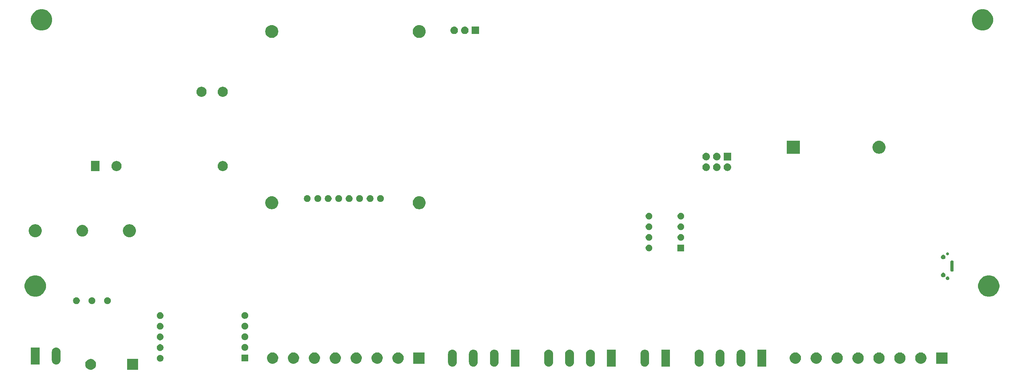
<source format=gbr>
G04 #@! TF.GenerationSoftware,KiCad,Pcbnew,(5.1.2)-2*
G04 #@! TF.CreationDate,2019-07-31T16:25:01+03:00*
G04 #@! TF.ProjectId,Main board,4d61696e-2062-46f6-9172-642e6b696361,rev?*
G04 #@! TF.SameCoordinates,Original*
G04 #@! TF.FileFunction,Soldermask,Bot*
G04 #@! TF.FilePolarity,Negative*
%FSLAX46Y46*%
G04 Gerber Fmt 4.6, Leading zero omitted, Abs format (unit mm)*
G04 Created by KiCad (PCBNEW (5.1.2)-2) date 2019-07-31 16:25:01*
%MOMM*%
%LPD*%
G04 APERTURE LIST*
%ADD10C,0.100000*%
G04 APERTURE END LIST*
D10*
G36*
X61801000Y-117801000D02*
G01*
X59199000Y-117801000D01*
X59199000Y-115199000D01*
X61801000Y-115199000D01*
X61801000Y-117801000D01*
X61801000Y-117801000D01*
G37*
G36*
X50879487Y-115248996D02*
G01*
X51116253Y-115347068D01*
X51116255Y-115347069D01*
X51218072Y-115415101D01*
X51329339Y-115489447D01*
X51510553Y-115670661D01*
X51652932Y-115883747D01*
X51751004Y-116120513D01*
X51801000Y-116371861D01*
X51801000Y-116628139D01*
X51751004Y-116879487D01*
X51694484Y-117015937D01*
X51652931Y-117116255D01*
X51510553Y-117329339D01*
X51329339Y-117510553D01*
X51116255Y-117652931D01*
X51116254Y-117652932D01*
X51116253Y-117652932D01*
X50879487Y-117751004D01*
X50628139Y-117801000D01*
X50371861Y-117801000D01*
X50120513Y-117751004D01*
X49883747Y-117652932D01*
X49883746Y-117652932D01*
X49883745Y-117652931D01*
X49670661Y-117510553D01*
X49489447Y-117329339D01*
X49347069Y-117116255D01*
X49305516Y-117015937D01*
X49248996Y-116879487D01*
X49199000Y-116628139D01*
X49199000Y-116371861D01*
X49248996Y-116120513D01*
X49347068Y-115883747D01*
X49489447Y-115670661D01*
X49670661Y-115489447D01*
X49781928Y-115415101D01*
X49883745Y-115347069D01*
X49883747Y-115347068D01*
X50120513Y-115248996D01*
X50371861Y-115199000D01*
X50628139Y-115199000D01*
X50879487Y-115248996D01*
X50879487Y-115248996D01*
G37*
G36*
X196204072Y-112984063D02*
G01*
X196400301Y-113043589D01*
X196400303Y-113043590D01*
X196581145Y-113140252D01*
X196739660Y-113270340D01*
X196869748Y-113428855D01*
X196966410Y-113609697D01*
X196966411Y-113609699D01*
X197025937Y-113805928D01*
X197041000Y-113958868D01*
X197041000Y-116041132D01*
X197025937Y-116194072D01*
X196972004Y-116371863D01*
X196966410Y-116390303D01*
X196869748Y-116571145D01*
X196739660Y-116729660D01*
X196622437Y-116825860D01*
X196581146Y-116859747D01*
X196400300Y-116956411D01*
X196204071Y-117015937D01*
X196000000Y-117036036D01*
X195795928Y-117015937D01*
X195599699Y-116956411D01*
X195599697Y-116956410D01*
X195418855Y-116859748D01*
X195260340Y-116729660D01*
X195164140Y-116612437D01*
X195130253Y-116571146D01*
X195033589Y-116390300D01*
X194974063Y-116194071D01*
X194961956Y-116071145D01*
X194959000Y-116041132D01*
X194959001Y-113958867D01*
X194974064Y-113805930D01*
X194974064Y-113805928D01*
X195033590Y-113609699D01*
X195033591Y-113609697D01*
X195130253Y-113428855D01*
X195260341Y-113270340D01*
X195418856Y-113140252D01*
X195599698Y-113043590D01*
X195599700Y-113043589D01*
X195795929Y-112984063D01*
X196000000Y-112963964D01*
X196204072Y-112984063D01*
X196204072Y-112984063D01*
G37*
G36*
X206204072Y-112984063D02*
G01*
X206400301Y-113043589D01*
X206400303Y-113043590D01*
X206581145Y-113140252D01*
X206739660Y-113270340D01*
X206869748Y-113428855D01*
X206966410Y-113609697D01*
X206966411Y-113609699D01*
X207025937Y-113805928D01*
X207041000Y-113958868D01*
X207041000Y-116041132D01*
X207025937Y-116194072D01*
X206972004Y-116371863D01*
X206966410Y-116390303D01*
X206869748Y-116571145D01*
X206739660Y-116729660D01*
X206622437Y-116825860D01*
X206581146Y-116859747D01*
X206400300Y-116956411D01*
X206204071Y-117015937D01*
X206000000Y-117036036D01*
X205795928Y-117015937D01*
X205599699Y-116956411D01*
X205599697Y-116956410D01*
X205418855Y-116859748D01*
X205260340Y-116729660D01*
X205164140Y-116612437D01*
X205130253Y-116571146D01*
X205033589Y-116390300D01*
X204974063Y-116194071D01*
X204961956Y-116071145D01*
X204959000Y-116041132D01*
X204959001Y-113958867D01*
X204974064Y-113805930D01*
X204974064Y-113805928D01*
X205033590Y-113609699D01*
X205033591Y-113609697D01*
X205130253Y-113428855D01*
X205260341Y-113270340D01*
X205418856Y-113140252D01*
X205599698Y-113043590D01*
X205599700Y-113043589D01*
X205795929Y-112984063D01*
X206000000Y-112963964D01*
X206204072Y-112984063D01*
X206204072Y-112984063D01*
G37*
G36*
X170204072Y-112984063D02*
G01*
X170400301Y-113043589D01*
X170400303Y-113043590D01*
X170581145Y-113140252D01*
X170739660Y-113270340D01*
X170869748Y-113428855D01*
X170966410Y-113609697D01*
X170966411Y-113609699D01*
X171025937Y-113805928D01*
X171041000Y-113958868D01*
X171041000Y-116041132D01*
X171025937Y-116194072D01*
X170972004Y-116371863D01*
X170966410Y-116390303D01*
X170869748Y-116571145D01*
X170739660Y-116729660D01*
X170622437Y-116825860D01*
X170581146Y-116859747D01*
X170400300Y-116956411D01*
X170204071Y-117015937D01*
X170000000Y-117036036D01*
X169795928Y-117015937D01*
X169599699Y-116956411D01*
X169599697Y-116956410D01*
X169418855Y-116859748D01*
X169260340Y-116729660D01*
X169164140Y-116612437D01*
X169130253Y-116571146D01*
X169033589Y-116390300D01*
X168974063Y-116194071D01*
X168961956Y-116071145D01*
X168959000Y-116041132D01*
X168959001Y-113958867D01*
X168974064Y-113805930D01*
X168974064Y-113805928D01*
X169033590Y-113609699D01*
X169033591Y-113609697D01*
X169130253Y-113428855D01*
X169260341Y-113270340D01*
X169418856Y-113140252D01*
X169599698Y-113043590D01*
X169599700Y-113043589D01*
X169795929Y-112984063D01*
X170000000Y-112963964D01*
X170204072Y-112984063D01*
X170204072Y-112984063D01*
G37*
G36*
X160204072Y-112984063D02*
G01*
X160400301Y-113043589D01*
X160400303Y-113043590D01*
X160581145Y-113140252D01*
X160739660Y-113270340D01*
X160869748Y-113428855D01*
X160966410Y-113609697D01*
X160966411Y-113609699D01*
X161025937Y-113805928D01*
X161041000Y-113958868D01*
X161041000Y-116041132D01*
X161025937Y-116194072D01*
X160972004Y-116371863D01*
X160966410Y-116390303D01*
X160869748Y-116571145D01*
X160739660Y-116729660D01*
X160622437Y-116825860D01*
X160581146Y-116859747D01*
X160400300Y-116956411D01*
X160204071Y-117015937D01*
X160000000Y-117036036D01*
X159795928Y-117015937D01*
X159599699Y-116956411D01*
X159599697Y-116956410D01*
X159418855Y-116859748D01*
X159260340Y-116729660D01*
X159164140Y-116612437D01*
X159130253Y-116571146D01*
X159033589Y-116390300D01*
X158974063Y-116194071D01*
X158961956Y-116071145D01*
X158959000Y-116041132D01*
X158959001Y-113958867D01*
X158974064Y-113805930D01*
X158974064Y-113805928D01*
X159033590Y-113609699D01*
X159033591Y-113609697D01*
X159130253Y-113428855D01*
X159260341Y-113270340D01*
X159418856Y-113140252D01*
X159599698Y-113043590D01*
X159599700Y-113043589D01*
X159795929Y-112984063D01*
X160000000Y-112963964D01*
X160204072Y-112984063D01*
X160204072Y-112984063D01*
G37*
G36*
X165204072Y-112984063D02*
G01*
X165400301Y-113043589D01*
X165400303Y-113043590D01*
X165581145Y-113140252D01*
X165739660Y-113270340D01*
X165869748Y-113428855D01*
X165966410Y-113609697D01*
X165966411Y-113609699D01*
X166025937Y-113805928D01*
X166041000Y-113958868D01*
X166041000Y-116041132D01*
X166025937Y-116194072D01*
X165972004Y-116371863D01*
X165966410Y-116390303D01*
X165869748Y-116571145D01*
X165739660Y-116729660D01*
X165622437Y-116825860D01*
X165581146Y-116859747D01*
X165400300Y-116956411D01*
X165204071Y-117015937D01*
X165000000Y-117036036D01*
X164795928Y-117015937D01*
X164599699Y-116956411D01*
X164599697Y-116956410D01*
X164418855Y-116859748D01*
X164260340Y-116729660D01*
X164164140Y-116612437D01*
X164130253Y-116571146D01*
X164033589Y-116390300D01*
X163974063Y-116194071D01*
X163961956Y-116071145D01*
X163959000Y-116041132D01*
X163959001Y-113958867D01*
X163974064Y-113805930D01*
X163974064Y-113805928D01*
X164033590Y-113609699D01*
X164033591Y-113609697D01*
X164130253Y-113428855D01*
X164260341Y-113270340D01*
X164418856Y-113140252D01*
X164599698Y-113043590D01*
X164599700Y-113043589D01*
X164795929Y-112984063D01*
X165000000Y-112963964D01*
X165204072Y-112984063D01*
X165204072Y-112984063D01*
G37*
G36*
X147204072Y-112984063D02*
G01*
X147400301Y-113043589D01*
X147400303Y-113043590D01*
X147581145Y-113140252D01*
X147739660Y-113270340D01*
X147869748Y-113428855D01*
X147966410Y-113609697D01*
X147966411Y-113609699D01*
X148025937Y-113805928D01*
X148041000Y-113958868D01*
X148041000Y-116041132D01*
X148025937Y-116194072D01*
X147972004Y-116371863D01*
X147966410Y-116390303D01*
X147869748Y-116571145D01*
X147739660Y-116729660D01*
X147622437Y-116825860D01*
X147581146Y-116859747D01*
X147400300Y-116956411D01*
X147204071Y-117015937D01*
X147000000Y-117036036D01*
X146795928Y-117015937D01*
X146599699Y-116956411D01*
X146599697Y-116956410D01*
X146418855Y-116859748D01*
X146260340Y-116729660D01*
X146164140Y-116612437D01*
X146130253Y-116571146D01*
X146033589Y-116390300D01*
X145974063Y-116194071D01*
X145961956Y-116071145D01*
X145959000Y-116041132D01*
X145959001Y-113958867D01*
X145974064Y-113805930D01*
X145974064Y-113805928D01*
X146033590Y-113609699D01*
X146033591Y-113609697D01*
X146130253Y-113428855D01*
X146260341Y-113270340D01*
X146418856Y-113140252D01*
X146599698Y-113043590D01*
X146599700Y-113043589D01*
X146795929Y-112984063D01*
X147000000Y-112963964D01*
X147204072Y-112984063D01*
X147204072Y-112984063D01*
G37*
G36*
X142204072Y-112984063D02*
G01*
X142400301Y-113043589D01*
X142400303Y-113043590D01*
X142581145Y-113140252D01*
X142739660Y-113270340D01*
X142869748Y-113428855D01*
X142966410Y-113609697D01*
X142966411Y-113609699D01*
X143025937Y-113805928D01*
X143041000Y-113958868D01*
X143041000Y-116041132D01*
X143025937Y-116194072D01*
X142972004Y-116371863D01*
X142966410Y-116390303D01*
X142869748Y-116571145D01*
X142739660Y-116729660D01*
X142622437Y-116825860D01*
X142581146Y-116859747D01*
X142400300Y-116956411D01*
X142204071Y-117015937D01*
X142000000Y-117036036D01*
X141795928Y-117015937D01*
X141599699Y-116956411D01*
X141599697Y-116956410D01*
X141418855Y-116859748D01*
X141260340Y-116729660D01*
X141164140Y-116612437D01*
X141130253Y-116571146D01*
X141033589Y-116390300D01*
X140974063Y-116194071D01*
X140961956Y-116071145D01*
X140959000Y-116041132D01*
X140959001Y-113958867D01*
X140974064Y-113805930D01*
X140974064Y-113805928D01*
X141033590Y-113609699D01*
X141033591Y-113609697D01*
X141130253Y-113428855D01*
X141260341Y-113270340D01*
X141418856Y-113140252D01*
X141599698Y-113043590D01*
X141599700Y-113043589D01*
X141795929Y-112984063D01*
X142000000Y-112963964D01*
X142204072Y-112984063D01*
X142204072Y-112984063D01*
G37*
G36*
X183204072Y-112984063D02*
G01*
X183400301Y-113043589D01*
X183400303Y-113043590D01*
X183581145Y-113140252D01*
X183739660Y-113270340D01*
X183869748Y-113428855D01*
X183966410Y-113609697D01*
X183966411Y-113609699D01*
X184025937Y-113805928D01*
X184041000Y-113958868D01*
X184041000Y-116041132D01*
X184025937Y-116194072D01*
X183972004Y-116371863D01*
X183966410Y-116390303D01*
X183869748Y-116571145D01*
X183739660Y-116729660D01*
X183622437Y-116825860D01*
X183581146Y-116859747D01*
X183400300Y-116956411D01*
X183204071Y-117015937D01*
X183000000Y-117036036D01*
X182795928Y-117015937D01*
X182599699Y-116956411D01*
X182599697Y-116956410D01*
X182418855Y-116859748D01*
X182260340Y-116729660D01*
X182164140Y-116612437D01*
X182130253Y-116571146D01*
X182033589Y-116390300D01*
X181974063Y-116194071D01*
X181961956Y-116071145D01*
X181959000Y-116041132D01*
X181959001Y-113958867D01*
X181974064Y-113805930D01*
X181974064Y-113805928D01*
X182033590Y-113609699D01*
X182033591Y-113609697D01*
X182130253Y-113428855D01*
X182260341Y-113270340D01*
X182418856Y-113140252D01*
X182599698Y-113043590D01*
X182599700Y-113043589D01*
X182795929Y-112984063D01*
X183000000Y-112963964D01*
X183204072Y-112984063D01*
X183204072Y-112984063D01*
G37*
G36*
X201204072Y-112984063D02*
G01*
X201400301Y-113043589D01*
X201400303Y-113043590D01*
X201581145Y-113140252D01*
X201739660Y-113270340D01*
X201869748Y-113428855D01*
X201966410Y-113609697D01*
X201966411Y-113609699D01*
X202025937Y-113805928D01*
X202041000Y-113958868D01*
X202041000Y-116041132D01*
X202025937Y-116194072D01*
X201972004Y-116371863D01*
X201966410Y-116390303D01*
X201869748Y-116571145D01*
X201739660Y-116729660D01*
X201622437Y-116825860D01*
X201581146Y-116859747D01*
X201400300Y-116956411D01*
X201204071Y-117015937D01*
X201000000Y-117036036D01*
X200795928Y-117015937D01*
X200599699Y-116956411D01*
X200599697Y-116956410D01*
X200418855Y-116859748D01*
X200260340Y-116729660D01*
X200164140Y-116612437D01*
X200130253Y-116571146D01*
X200033589Y-116390300D01*
X199974063Y-116194071D01*
X199961956Y-116071145D01*
X199959000Y-116041132D01*
X199959001Y-113958867D01*
X199974064Y-113805930D01*
X199974064Y-113805928D01*
X200033590Y-113609699D01*
X200033591Y-113609697D01*
X200130253Y-113428855D01*
X200260341Y-113270340D01*
X200418856Y-113140252D01*
X200599698Y-113043590D01*
X200599700Y-113043589D01*
X200795929Y-112984063D01*
X201000000Y-112963964D01*
X201204072Y-112984063D01*
X201204072Y-112984063D01*
G37*
G36*
X137204072Y-112984063D02*
G01*
X137400301Y-113043589D01*
X137400303Y-113043590D01*
X137581145Y-113140252D01*
X137739660Y-113270340D01*
X137869748Y-113428855D01*
X137966410Y-113609697D01*
X137966411Y-113609699D01*
X138025937Y-113805928D01*
X138041000Y-113958868D01*
X138041000Y-116041132D01*
X138025937Y-116194072D01*
X137972004Y-116371863D01*
X137966410Y-116390303D01*
X137869748Y-116571145D01*
X137739660Y-116729660D01*
X137622437Y-116825860D01*
X137581146Y-116859747D01*
X137400300Y-116956411D01*
X137204071Y-117015937D01*
X137000000Y-117036036D01*
X136795928Y-117015937D01*
X136599699Y-116956411D01*
X136599697Y-116956410D01*
X136418855Y-116859748D01*
X136260340Y-116729660D01*
X136164140Y-116612437D01*
X136130253Y-116571146D01*
X136033589Y-116390300D01*
X135974063Y-116194071D01*
X135961956Y-116071145D01*
X135959000Y-116041132D01*
X135959001Y-113958867D01*
X135974064Y-113805930D01*
X135974064Y-113805928D01*
X136033590Y-113609699D01*
X136033591Y-113609697D01*
X136130253Y-113428855D01*
X136260341Y-113270340D01*
X136418856Y-113140252D01*
X136599698Y-113043590D01*
X136599700Y-113043589D01*
X136795929Y-112984063D01*
X137000000Y-112963964D01*
X137204072Y-112984063D01*
X137204072Y-112984063D01*
G37*
G36*
X176041000Y-117031000D02*
G01*
X173959000Y-117031000D01*
X173959000Y-112969000D01*
X176041000Y-112969000D01*
X176041000Y-117031000D01*
X176041000Y-117031000D01*
G37*
G36*
X153041000Y-117031000D02*
G01*
X150959000Y-117031000D01*
X150959000Y-112969000D01*
X153041000Y-112969000D01*
X153041000Y-117031000D01*
X153041000Y-117031000D01*
G37*
G36*
X189041000Y-117031000D02*
G01*
X186959000Y-117031000D01*
X186959000Y-112969000D01*
X189041000Y-112969000D01*
X189041000Y-117031000D01*
X189041000Y-117031000D01*
G37*
G36*
X212041000Y-117031000D02*
G01*
X209959000Y-117031000D01*
X209959000Y-112969000D01*
X212041000Y-112969000D01*
X212041000Y-117031000D01*
X212041000Y-117031000D01*
G37*
G36*
X42454071Y-112484063D02*
G01*
X42650300Y-112543589D01*
X42831146Y-112640253D01*
X42872437Y-112674140D01*
X42989660Y-112770340D01*
X43119748Y-112928855D01*
X43181075Y-113043590D01*
X43216411Y-113109699D01*
X43275937Y-113305928D01*
X43275937Y-113305930D01*
X43291000Y-113458867D01*
X43291000Y-115541133D01*
X43290298Y-115548257D01*
X43275937Y-115694072D01*
X43218399Y-115883747D01*
X43216410Y-115890303D01*
X43119748Y-116071145D01*
X42989660Y-116229660D01*
X42831145Y-116359748D01*
X42650303Y-116456410D01*
X42650301Y-116456411D01*
X42454072Y-116515937D01*
X42250000Y-116536036D01*
X42045929Y-116515937D01*
X41849700Y-116456411D01*
X41849698Y-116456410D01*
X41668856Y-116359748D01*
X41510341Y-116229660D01*
X41380253Y-116071145D01*
X41283591Y-115890303D01*
X41281602Y-115883747D01*
X41224064Y-115694072D01*
X41209703Y-115548257D01*
X41209001Y-115541133D01*
X41209000Y-113458868D01*
X41224063Y-113305931D01*
X41224063Y-113305929D01*
X41283589Y-113109700D01*
X41380253Y-112928854D01*
X41414140Y-112887563D01*
X41510340Y-112770340D01*
X41668855Y-112640252D01*
X41849697Y-112543590D01*
X41849699Y-112543589D01*
X42045928Y-112484063D01*
X42250000Y-112463964D01*
X42454071Y-112484063D01*
X42454071Y-112484063D01*
G37*
G36*
X38291000Y-116531000D02*
G01*
X36209000Y-116531000D01*
X36209000Y-112469000D01*
X38291000Y-112469000D01*
X38291000Y-116531000D01*
X38291000Y-116531000D01*
G37*
G36*
X239394072Y-113700918D02*
G01*
X239639939Y-113802759D01*
X239751328Y-113877187D01*
X239861211Y-113950609D01*
X240049391Y-114138789D01*
X240197242Y-114360063D01*
X240299082Y-114605928D01*
X240336265Y-114792857D01*
X240351000Y-114866938D01*
X240351000Y-115133062D01*
X240299082Y-115394072D01*
X240197241Y-115639939D01*
X240161070Y-115694072D01*
X240082435Y-115811758D01*
X240049390Y-115861212D01*
X239861212Y-116049390D01*
X239639939Y-116197241D01*
X239639938Y-116197242D01*
X239639937Y-116197242D01*
X239394072Y-116299082D01*
X239133063Y-116351000D01*
X238866937Y-116351000D01*
X238605928Y-116299082D01*
X238360063Y-116197242D01*
X238360062Y-116197242D01*
X238360061Y-116197241D01*
X238138788Y-116049390D01*
X237950610Y-115861212D01*
X237917566Y-115811758D01*
X237838930Y-115694072D01*
X237802759Y-115639939D01*
X237700918Y-115394072D01*
X237649000Y-115133062D01*
X237649000Y-114866938D01*
X237663736Y-114792857D01*
X237700918Y-114605928D01*
X237802758Y-114360063D01*
X237950609Y-114138789D01*
X238138789Y-113950609D01*
X238248672Y-113877187D01*
X238360061Y-113802759D01*
X238605928Y-113700918D01*
X238866937Y-113649000D01*
X239133063Y-113649000D01*
X239394072Y-113700918D01*
X239394072Y-113700918D01*
G37*
G36*
X94394072Y-113700918D02*
G01*
X94639939Y-113802759D01*
X94751328Y-113877187D01*
X94861211Y-113950609D01*
X95049391Y-114138789D01*
X95197242Y-114360063D01*
X95299082Y-114605928D01*
X95336265Y-114792857D01*
X95351000Y-114866938D01*
X95351000Y-115133062D01*
X95299082Y-115394072D01*
X95197241Y-115639939D01*
X95161070Y-115694072D01*
X95082435Y-115811758D01*
X95049390Y-115861212D01*
X94861212Y-116049390D01*
X94639939Y-116197241D01*
X94639938Y-116197242D01*
X94639937Y-116197242D01*
X94394072Y-116299082D01*
X94133063Y-116351000D01*
X93866937Y-116351000D01*
X93605928Y-116299082D01*
X93360063Y-116197242D01*
X93360062Y-116197242D01*
X93360061Y-116197241D01*
X93138788Y-116049390D01*
X92950610Y-115861212D01*
X92917566Y-115811758D01*
X92838930Y-115694072D01*
X92802759Y-115639939D01*
X92700918Y-115394072D01*
X92649000Y-115133062D01*
X92649000Y-114866938D01*
X92663736Y-114792857D01*
X92700918Y-114605928D01*
X92802758Y-114360063D01*
X92950609Y-114138789D01*
X93138789Y-113950609D01*
X93248672Y-113877187D01*
X93360061Y-113802759D01*
X93605928Y-113700918D01*
X93866937Y-113649000D01*
X94133063Y-113649000D01*
X94394072Y-113700918D01*
X94394072Y-113700918D01*
G37*
G36*
X99394072Y-113700918D02*
G01*
X99639939Y-113802759D01*
X99751328Y-113877187D01*
X99861211Y-113950609D01*
X100049391Y-114138789D01*
X100197242Y-114360063D01*
X100299082Y-114605928D01*
X100336265Y-114792857D01*
X100351000Y-114866938D01*
X100351000Y-115133062D01*
X100299082Y-115394072D01*
X100197241Y-115639939D01*
X100161070Y-115694072D01*
X100082435Y-115811758D01*
X100049390Y-115861212D01*
X99861212Y-116049390D01*
X99639939Y-116197241D01*
X99639938Y-116197242D01*
X99639937Y-116197242D01*
X99394072Y-116299082D01*
X99133063Y-116351000D01*
X98866937Y-116351000D01*
X98605928Y-116299082D01*
X98360063Y-116197242D01*
X98360062Y-116197242D01*
X98360061Y-116197241D01*
X98138788Y-116049390D01*
X97950610Y-115861212D01*
X97917566Y-115811758D01*
X97838930Y-115694072D01*
X97802759Y-115639939D01*
X97700918Y-115394072D01*
X97649000Y-115133062D01*
X97649000Y-114866938D01*
X97663736Y-114792857D01*
X97700918Y-114605928D01*
X97802758Y-114360063D01*
X97950609Y-114138789D01*
X98138789Y-113950609D01*
X98248672Y-113877187D01*
X98360061Y-113802759D01*
X98605928Y-113700918D01*
X98866937Y-113649000D01*
X99133063Y-113649000D01*
X99394072Y-113700918D01*
X99394072Y-113700918D01*
G37*
G36*
X104394072Y-113700918D02*
G01*
X104639939Y-113802759D01*
X104751328Y-113877187D01*
X104861211Y-113950609D01*
X105049391Y-114138789D01*
X105197242Y-114360063D01*
X105299082Y-114605928D01*
X105336265Y-114792857D01*
X105351000Y-114866938D01*
X105351000Y-115133062D01*
X105299082Y-115394072D01*
X105197241Y-115639939D01*
X105161070Y-115694072D01*
X105082435Y-115811758D01*
X105049390Y-115861212D01*
X104861212Y-116049390D01*
X104639939Y-116197241D01*
X104639938Y-116197242D01*
X104639937Y-116197242D01*
X104394072Y-116299082D01*
X104133063Y-116351000D01*
X103866937Y-116351000D01*
X103605928Y-116299082D01*
X103360063Y-116197242D01*
X103360062Y-116197242D01*
X103360061Y-116197241D01*
X103138788Y-116049390D01*
X102950610Y-115861212D01*
X102917566Y-115811758D01*
X102838930Y-115694072D01*
X102802759Y-115639939D01*
X102700918Y-115394072D01*
X102649000Y-115133062D01*
X102649000Y-114866938D01*
X102663736Y-114792857D01*
X102700918Y-114605928D01*
X102802758Y-114360063D01*
X102950609Y-114138789D01*
X103138789Y-113950609D01*
X103248672Y-113877187D01*
X103360061Y-113802759D01*
X103605928Y-113700918D01*
X103866937Y-113649000D01*
X104133063Y-113649000D01*
X104394072Y-113700918D01*
X104394072Y-113700918D01*
G37*
G36*
X109394072Y-113700918D02*
G01*
X109639939Y-113802759D01*
X109751328Y-113877187D01*
X109861211Y-113950609D01*
X110049391Y-114138789D01*
X110197242Y-114360063D01*
X110299082Y-114605928D01*
X110336265Y-114792857D01*
X110351000Y-114866938D01*
X110351000Y-115133062D01*
X110299082Y-115394072D01*
X110197241Y-115639939D01*
X110161070Y-115694072D01*
X110082435Y-115811758D01*
X110049390Y-115861212D01*
X109861212Y-116049390D01*
X109639939Y-116197241D01*
X109639938Y-116197242D01*
X109639937Y-116197242D01*
X109394072Y-116299082D01*
X109133063Y-116351000D01*
X108866937Y-116351000D01*
X108605928Y-116299082D01*
X108360063Y-116197242D01*
X108360062Y-116197242D01*
X108360061Y-116197241D01*
X108138788Y-116049390D01*
X107950610Y-115861212D01*
X107917566Y-115811758D01*
X107838930Y-115694072D01*
X107802759Y-115639939D01*
X107700918Y-115394072D01*
X107649000Y-115133062D01*
X107649000Y-114866938D01*
X107663736Y-114792857D01*
X107700918Y-114605928D01*
X107802758Y-114360063D01*
X107950609Y-114138789D01*
X108138789Y-113950609D01*
X108248672Y-113877187D01*
X108360061Y-113802759D01*
X108605928Y-113700918D01*
X108866937Y-113649000D01*
X109133063Y-113649000D01*
X109394072Y-113700918D01*
X109394072Y-113700918D01*
G37*
G36*
X114394072Y-113700918D02*
G01*
X114639939Y-113802759D01*
X114751328Y-113877187D01*
X114861211Y-113950609D01*
X115049391Y-114138789D01*
X115197242Y-114360063D01*
X115299082Y-114605928D01*
X115336265Y-114792857D01*
X115351000Y-114866938D01*
X115351000Y-115133062D01*
X115299082Y-115394072D01*
X115197241Y-115639939D01*
X115161070Y-115694072D01*
X115082435Y-115811758D01*
X115049390Y-115861212D01*
X114861212Y-116049390D01*
X114639939Y-116197241D01*
X114639938Y-116197242D01*
X114639937Y-116197242D01*
X114394072Y-116299082D01*
X114133063Y-116351000D01*
X113866937Y-116351000D01*
X113605928Y-116299082D01*
X113360063Y-116197242D01*
X113360062Y-116197242D01*
X113360061Y-116197241D01*
X113138788Y-116049390D01*
X112950610Y-115861212D01*
X112917566Y-115811758D01*
X112838930Y-115694072D01*
X112802759Y-115639939D01*
X112700918Y-115394072D01*
X112649000Y-115133062D01*
X112649000Y-114866938D01*
X112663736Y-114792857D01*
X112700918Y-114605928D01*
X112802758Y-114360063D01*
X112950609Y-114138789D01*
X113138789Y-113950609D01*
X113248672Y-113877187D01*
X113360061Y-113802759D01*
X113605928Y-113700918D01*
X113866937Y-113649000D01*
X114133063Y-113649000D01*
X114394072Y-113700918D01*
X114394072Y-113700918D01*
G37*
G36*
X119394072Y-113700918D02*
G01*
X119639939Y-113802759D01*
X119751328Y-113877187D01*
X119861211Y-113950609D01*
X120049391Y-114138789D01*
X120197242Y-114360063D01*
X120299082Y-114605928D01*
X120336265Y-114792857D01*
X120351000Y-114866938D01*
X120351000Y-115133062D01*
X120299082Y-115394072D01*
X120197241Y-115639939D01*
X120161070Y-115694072D01*
X120082435Y-115811758D01*
X120049390Y-115861212D01*
X119861212Y-116049390D01*
X119639939Y-116197241D01*
X119639938Y-116197242D01*
X119639937Y-116197242D01*
X119394072Y-116299082D01*
X119133063Y-116351000D01*
X118866937Y-116351000D01*
X118605928Y-116299082D01*
X118360063Y-116197242D01*
X118360062Y-116197242D01*
X118360061Y-116197241D01*
X118138788Y-116049390D01*
X117950610Y-115861212D01*
X117917566Y-115811758D01*
X117838930Y-115694072D01*
X117802759Y-115639939D01*
X117700918Y-115394072D01*
X117649000Y-115133062D01*
X117649000Y-114866938D01*
X117663736Y-114792857D01*
X117700918Y-114605928D01*
X117802758Y-114360063D01*
X117950609Y-114138789D01*
X118138789Y-113950609D01*
X118248672Y-113877187D01*
X118360061Y-113802759D01*
X118605928Y-113700918D01*
X118866937Y-113649000D01*
X119133063Y-113649000D01*
X119394072Y-113700918D01*
X119394072Y-113700918D01*
G37*
G36*
X229394072Y-113700918D02*
G01*
X229639939Y-113802759D01*
X229751328Y-113877187D01*
X229861211Y-113950609D01*
X230049391Y-114138789D01*
X230197242Y-114360063D01*
X230299082Y-114605928D01*
X230336265Y-114792857D01*
X230351000Y-114866938D01*
X230351000Y-115133062D01*
X230299082Y-115394072D01*
X230197241Y-115639939D01*
X230161070Y-115694072D01*
X230082435Y-115811758D01*
X230049390Y-115861212D01*
X229861212Y-116049390D01*
X229639939Y-116197241D01*
X229639938Y-116197242D01*
X229639937Y-116197242D01*
X229394072Y-116299082D01*
X229133063Y-116351000D01*
X228866937Y-116351000D01*
X228605928Y-116299082D01*
X228360063Y-116197242D01*
X228360062Y-116197242D01*
X228360061Y-116197241D01*
X228138788Y-116049390D01*
X227950610Y-115861212D01*
X227917566Y-115811758D01*
X227838930Y-115694072D01*
X227802759Y-115639939D01*
X227700918Y-115394072D01*
X227649000Y-115133062D01*
X227649000Y-114866938D01*
X227663736Y-114792857D01*
X227700918Y-114605928D01*
X227802758Y-114360063D01*
X227950609Y-114138789D01*
X228138789Y-113950609D01*
X228248672Y-113877187D01*
X228360061Y-113802759D01*
X228605928Y-113700918D01*
X228866937Y-113649000D01*
X229133063Y-113649000D01*
X229394072Y-113700918D01*
X229394072Y-113700918D01*
G37*
G36*
X224394072Y-113700918D02*
G01*
X224639939Y-113802759D01*
X224751328Y-113877187D01*
X224861211Y-113950609D01*
X225049391Y-114138789D01*
X225197242Y-114360063D01*
X225299082Y-114605928D01*
X225336265Y-114792857D01*
X225351000Y-114866938D01*
X225351000Y-115133062D01*
X225299082Y-115394072D01*
X225197241Y-115639939D01*
X225161070Y-115694072D01*
X225082435Y-115811758D01*
X225049390Y-115861212D01*
X224861212Y-116049390D01*
X224639939Y-116197241D01*
X224639938Y-116197242D01*
X224639937Y-116197242D01*
X224394072Y-116299082D01*
X224133063Y-116351000D01*
X223866937Y-116351000D01*
X223605928Y-116299082D01*
X223360063Y-116197242D01*
X223360062Y-116197242D01*
X223360061Y-116197241D01*
X223138788Y-116049390D01*
X222950610Y-115861212D01*
X222917566Y-115811758D01*
X222838930Y-115694072D01*
X222802759Y-115639939D01*
X222700918Y-115394072D01*
X222649000Y-115133062D01*
X222649000Y-114866938D01*
X222663736Y-114792857D01*
X222700918Y-114605928D01*
X222802758Y-114360063D01*
X222950609Y-114138789D01*
X223138789Y-113950609D01*
X223248672Y-113877187D01*
X223360061Y-113802759D01*
X223605928Y-113700918D01*
X223866937Y-113649000D01*
X224133063Y-113649000D01*
X224394072Y-113700918D01*
X224394072Y-113700918D01*
G37*
G36*
X219394072Y-113700918D02*
G01*
X219639939Y-113802759D01*
X219751328Y-113877187D01*
X219861211Y-113950609D01*
X220049391Y-114138789D01*
X220197242Y-114360063D01*
X220299082Y-114605928D01*
X220336265Y-114792857D01*
X220351000Y-114866938D01*
X220351000Y-115133062D01*
X220299082Y-115394072D01*
X220197241Y-115639939D01*
X220161070Y-115694072D01*
X220082435Y-115811758D01*
X220049390Y-115861212D01*
X219861212Y-116049390D01*
X219639939Y-116197241D01*
X219639938Y-116197242D01*
X219639937Y-116197242D01*
X219394072Y-116299082D01*
X219133063Y-116351000D01*
X218866937Y-116351000D01*
X218605928Y-116299082D01*
X218360063Y-116197242D01*
X218360062Y-116197242D01*
X218360061Y-116197241D01*
X218138788Y-116049390D01*
X217950610Y-115861212D01*
X217917566Y-115811758D01*
X217838930Y-115694072D01*
X217802759Y-115639939D01*
X217700918Y-115394072D01*
X217649000Y-115133062D01*
X217649000Y-114866938D01*
X217663736Y-114792857D01*
X217700918Y-114605928D01*
X217802758Y-114360063D01*
X217950609Y-114138789D01*
X218138789Y-113950609D01*
X218248672Y-113877187D01*
X218360061Y-113802759D01*
X218605928Y-113700918D01*
X218866937Y-113649000D01*
X219133063Y-113649000D01*
X219394072Y-113700918D01*
X219394072Y-113700918D01*
G37*
G36*
X130351000Y-116351000D02*
G01*
X127649000Y-116351000D01*
X127649000Y-113649000D01*
X130351000Y-113649000D01*
X130351000Y-116351000D01*
X130351000Y-116351000D01*
G37*
G36*
X124394072Y-113700918D02*
G01*
X124639939Y-113802759D01*
X124751328Y-113877187D01*
X124861211Y-113950609D01*
X125049391Y-114138789D01*
X125197242Y-114360063D01*
X125299082Y-114605928D01*
X125336265Y-114792857D01*
X125351000Y-114866938D01*
X125351000Y-115133062D01*
X125299082Y-115394072D01*
X125197241Y-115639939D01*
X125161070Y-115694072D01*
X125082435Y-115811758D01*
X125049390Y-115861212D01*
X124861212Y-116049390D01*
X124639939Y-116197241D01*
X124639938Y-116197242D01*
X124639937Y-116197242D01*
X124394072Y-116299082D01*
X124133063Y-116351000D01*
X123866937Y-116351000D01*
X123605928Y-116299082D01*
X123360063Y-116197242D01*
X123360062Y-116197242D01*
X123360061Y-116197241D01*
X123138788Y-116049390D01*
X122950610Y-115861212D01*
X122917566Y-115811758D01*
X122838930Y-115694072D01*
X122802759Y-115639939D01*
X122700918Y-115394072D01*
X122649000Y-115133062D01*
X122649000Y-114866938D01*
X122663736Y-114792857D01*
X122700918Y-114605928D01*
X122802758Y-114360063D01*
X122950609Y-114138789D01*
X123138789Y-113950609D01*
X123248672Y-113877187D01*
X123360061Y-113802759D01*
X123605928Y-113700918D01*
X123866937Y-113649000D01*
X124133063Y-113649000D01*
X124394072Y-113700918D01*
X124394072Y-113700918D01*
G37*
G36*
X234394072Y-113700918D02*
G01*
X234639939Y-113802759D01*
X234751328Y-113877187D01*
X234861211Y-113950609D01*
X235049391Y-114138789D01*
X235197242Y-114360063D01*
X235299082Y-114605928D01*
X235336265Y-114792857D01*
X235351000Y-114866938D01*
X235351000Y-115133062D01*
X235299082Y-115394072D01*
X235197241Y-115639939D01*
X235161070Y-115694072D01*
X235082435Y-115811758D01*
X235049390Y-115861212D01*
X234861212Y-116049390D01*
X234639939Y-116197241D01*
X234639938Y-116197242D01*
X234639937Y-116197242D01*
X234394072Y-116299082D01*
X234133063Y-116351000D01*
X233866937Y-116351000D01*
X233605928Y-116299082D01*
X233360063Y-116197242D01*
X233360062Y-116197242D01*
X233360061Y-116197241D01*
X233138788Y-116049390D01*
X232950610Y-115861212D01*
X232917566Y-115811758D01*
X232838930Y-115694072D01*
X232802759Y-115639939D01*
X232700918Y-115394072D01*
X232649000Y-115133062D01*
X232649000Y-114866938D01*
X232663736Y-114792857D01*
X232700918Y-114605928D01*
X232802758Y-114360063D01*
X232950609Y-114138789D01*
X233138789Y-113950609D01*
X233248672Y-113877187D01*
X233360061Y-113802759D01*
X233605928Y-113700918D01*
X233866937Y-113649000D01*
X234133063Y-113649000D01*
X234394072Y-113700918D01*
X234394072Y-113700918D01*
G37*
G36*
X249394072Y-113700918D02*
G01*
X249639939Y-113802759D01*
X249751328Y-113877187D01*
X249861211Y-113950609D01*
X250049391Y-114138789D01*
X250197242Y-114360063D01*
X250299082Y-114605928D01*
X250336265Y-114792857D01*
X250351000Y-114866938D01*
X250351000Y-115133062D01*
X250299082Y-115394072D01*
X250197241Y-115639939D01*
X250161070Y-115694072D01*
X250082435Y-115811758D01*
X250049390Y-115861212D01*
X249861212Y-116049390D01*
X249639939Y-116197241D01*
X249639938Y-116197242D01*
X249639937Y-116197242D01*
X249394072Y-116299082D01*
X249133063Y-116351000D01*
X248866937Y-116351000D01*
X248605928Y-116299082D01*
X248360063Y-116197242D01*
X248360062Y-116197242D01*
X248360061Y-116197241D01*
X248138788Y-116049390D01*
X247950610Y-115861212D01*
X247917566Y-115811758D01*
X247838930Y-115694072D01*
X247802759Y-115639939D01*
X247700918Y-115394072D01*
X247649000Y-115133062D01*
X247649000Y-114866938D01*
X247663736Y-114792857D01*
X247700918Y-114605928D01*
X247802758Y-114360063D01*
X247950609Y-114138789D01*
X248138789Y-113950609D01*
X248248672Y-113877187D01*
X248360061Y-113802759D01*
X248605928Y-113700918D01*
X248866937Y-113649000D01*
X249133063Y-113649000D01*
X249394072Y-113700918D01*
X249394072Y-113700918D01*
G37*
G36*
X255351000Y-116351000D02*
G01*
X252649000Y-116351000D01*
X252649000Y-113649000D01*
X255351000Y-113649000D01*
X255351000Y-116351000D01*
X255351000Y-116351000D01*
G37*
G36*
X244394072Y-113700918D02*
G01*
X244639939Y-113802759D01*
X244751328Y-113877187D01*
X244861211Y-113950609D01*
X245049391Y-114138789D01*
X245197242Y-114360063D01*
X245299082Y-114605928D01*
X245336265Y-114792857D01*
X245351000Y-114866938D01*
X245351000Y-115133062D01*
X245299082Y-115394072D01*
X245197241Y-115639939D01*
X245161070Y-115694072D01*
X245082435Y-115811758D01*
X245049390Y-115861212D01*
X244861212Y-116049390D01*
X244639939Y-116197241D01*
X244639938Y-116197242D01*
X244639937Y-116197242D01*
X244394072Y-116299082D01*
X244133063Y-116351000D01*
X243866937Y-116351000D01*
X243605928Y-116299082D01*
X243360063Y-116197242D01*
X243360062Y-116197242D01*
X243360061Y-116197241D01*
X243138788Y-116049390D01*
X242950610Y-115861212D01*
X242917566Y-115811758D01*
X242838930Y-115694072D01*
X242802759Y-115639939D01*
X242700918Y-115394072D01*
X242649000Y-115133062D01*
X242649000Y-114866938D01*
X242663736Y-114792857D01*
X242700918Y-114605928D01*
X242802758Y-114360063D01*
X242950609Y-114138789D01*
X243138789Y-113950609D01*
X243248672Y-113877187D01*
X243360061Y-113802759D01*
X243605928Y-113700918D01*
X243866937Y-113649000D01*
X244133063Y-113649000D01*
X244394072Y-113700918D01*
X244394072Y-113700918D01*
G37*
G36*
X67337142Y-114248242D02*
G01*
X67485101Y-114309529D01*
X67618255Y-114398499D01*
X67731501Y-114511745D01*
X67820471Y-114644899D01*
X67881758Y-114792858D01*
X67913000Y-114949925D01*
X67913000Y-115110075D01*
X67881758Y-115267142D01*
X67820471Y-115415101D01*
X67731501Y-115548255D01*
X67618255Y-115661501D01*
X67485101Y-115750471D01*
X67337142Y-115811758D01*
X67180075Y-115843000D01*
X67019925Y-115843000D01*
X66862858Y-115811758D01*
X66714899Y-115750471D01*
X66581745Y-115661501D01*
X66468499Y-115548255D01*
X66379529Y-115415101D01*
X66318242Y-115267142D01*
X66287000Y-115110075D01*
X66287000Y-114949925D01*
X66318242Y-114792858D01*
X66379529Y-114644899D01*
X66468499Y-114511745D01*
X66581745Y-114398499D01*
X66714899Y-114309529D01*
X66862858Y-114248242D01*
X67019925Y-114217000D01*
X67180075Y-114217000D01*
X67337142Y-114248242D01*
X67337142Y-114248242D01*
G37*
G36*
X88173000Y-115803000D02*
G01*
X86547000Y-115803000D01*
X86547000Y-114177000D01*
X88173000Y-114177000D01*
X88173000Y-115803000D01*
X88173000Y-115803000D01*
G37*
G36*
X67337142Y-111698242D02*
G01*
X67485101Y-111759529D01*
X67618255Y-111848499D01*
X67731501Y-111961745D01*
X67820471Y-112094899D01*
X67881758Y-112242858D01*
X67913000Y-112399925D01*
X67913000Y-112560075D01*
X67881758Y-112717142D01*
X67820471Y-112865101D01*
X67731501Y-112998255D01*
X67618255Y-113111501D01*
X67485101Y-113200471D01*
X67337142Y-113261758D01*
X67180075Y-113293000D01*
X67019925Y-113293000D01*
X66862858Y-113261758D01*
X66714899Y-113200471D01*
X66581745Y-113111501D01*
X66468499Y-112998255D01*
X66379529Y-112865101D01*
X66318242Y-112717142D01*
X66287000Y-112560075D01*
X66287000Y-112399925D01*
X66318242Y-112242858D01*
X66379529Y-112094899D01*
X66468499Y-111961745D01*
X66581745Y-111848499D01*
X66714899Y-111759529D01*
X66862858Y-111698242D01*
X67019925Y-111667000D01*
X67180075Y-111667000D01*
X67337142Y-111698242D01*
X67337142Y-111698242D01*
G37*
G36*
X87597142Y-111658242D02*
G01*
X87745101Y-111719529D01*
X87878255Y-111808499D01*
X87991501Y-111921745D01*
X88080471Y-112054899D01*
X88141758Y-112202858D01*
X88173000Y-112359925D01*
X88173000Y-112520075D01*
X88141758Y-112677142D01*
X88080471Y-112825101D01*
X87991501Y-112958255D01*
X87878255Y-113071501D01*
X87745101Y-113160471D01*
X87597142Y-113221758D01*
X87440075Y-113253000D01*
X87279925Y-113253000D01*
X87122858Y-113221758D01*
X86974899Y-113160471D01*
X86841745Y-113071501D01*
X86728499Y-112958255D01*
X86639529Y-112825101D01*
X86578242Y-112677142D01*
X86547000Y-112520075D01*
X86547000Y-112359925D01*
X86578242Y-112202858D01*
X86639529Y-112054899D01*
X86728499Y-111921745D01*
X86841745Y-111808499D01*
X86974899Y-111719529D01*
X87122858Y-111658242D01*
X87279925Y-111627000D01*
X87440075Y-111627000D01*
X87597142Y-111658242D01*
X87597142Y-111658242D01*
G37*
G36*
X67337142Y-109148242D02*
G01*
X67485101Y-109209529D01*
X67618255Y-109298499D01*
X67731501Y-109411745D01*
X67820471Y-109544899D01*
X67881758Y-109692858D01*
X67913000Y-109849925D01*
X67913000Y-110010075D01*
X67881758Y-110167142D01*
X67820471Y-110315101D01*
X67731501Y-110448255D01*
X67618255Y-110561501D01*
X67485101Y-110650471D01*
X67337142Y-110711758D01*
X67180075Y-110743000D01*
X67019925Y-110743000D01*
X66862858Y-110711758D01*
X66714899Y-110650471D01*
X66581745Y-110561501D01*
X66468499Y-110448255D01*
X66379529Y-110315101D01*
X66318242Y-110167142D01*
X66287000Y-110010075D01*
X66287000Y-109849925D01*
X66318242Y-109692858D01*
X66379529Y-109544899D01*
X66468499Y-109411745D01*
X66581745Y-109298499D01*
X66714899Y-109209529D01*
X66862858Y-109148242D01*
X67019925Y-109117000D01*
X67180075Y-109117000D01*
X67337142Y-109148242D01*
X67337142Y-109148242D01*
G37*
G36*
X87597142Y-109108242D02*
G01*
X87745101Y-109169529D01*
X87878255Y-109258499D01*
X87991501Y-109371745D01*
X88080471Y-109504899D01*
X88141758Y-109652858D01*
X88173000Y-109809925D01*
X88173000Y-109970075D01*
X88141758Y-110127142D01*
X88080471Y-110275101D01*
X87991501Y-110408255D01*
X87878255Y-110521501D01*
X87745101Y-110610471D01*
X87597142Y-110671758D01*
X87440075Y-110703000D01*
X87279925Y-110703000D01*
X87122858Y-110671758D01*
X86974899Y-110610471D01*
X86841745Y-110521501D01*
X86728499Y-110408255D01*
X86639529Y-110275101D01*
X86578242Y-110127142D01*
X86547000Y-109970075D01*
X86547000Y-109809925D01*
X86578242Y-109652858D01*
X86639529Y-109504899D01*
X86728499Y-109371745D01*
X86841745Y-109258499D01*
X86974899Y-109169529D01*
X87122858Y-109108242D01*
X87279925Y-109077000D01*
X87440075Y-109077000D01*
X87597142Y-109108242D01*
X87597142Y-109108242D01*
G37*
G36*
X67337142Y-106598242D02*
G01*
X67485101Y-106659529D01*
X67618255Y-106748499D01*
X67731501Y-106861745D01*
X67820471Y-106994899D01*
X67881758Y-107142858D01*
X67913000Y-107299925D01*
X67913000Y-107460075D01*
X67881758Y-107617142D01*
X67820471Y-107765101D01*
X67731501Y-107898255D01*
X67618255Y-108011501D01*
X67485101Y-108100471D01*
X67337142Y-108161758D01*
X67180075Y-108193000D01*
X67019925Y-108193000D01*
X66862858Y-108161758D01*
X66714899Y-108100471D01*
X66581745Y-108011501D01*
X66468499Y-107898255D01*
X66379529Y-107765101D01*
X66318242Y-107617142D01*
X66287000Y-107460075D01*
X66287000Y-107299925D01*
X66318242Y-107142858D01*
X66379529Y-106994899D01*
X66468499Y-106861745D01*
X66581745Y-106748499D01*
X66714899Y-106659529D01*
X66862858Y-106598242D01*
X67019925Y-106567000D01*
X67180075Y-106567000D01*
X67337142Y-106598242D01*
X67337142Y-106598242D01*
G37*
G36*
X87597142Y-106558242D02*
G01*
X87745101Y-106619529D01*
X87878255Y-106708499D01*
X87991501Y-106821745D01*
X88080471Y-106954899D01*
X88141758Y-107102858D01*
X88173000Y-107259925D01*
X88173000Y-107420075D01*
X88141758Y-107577142D01*
X88080471Y-107725101D01*
X87991501Y-107858255D01*
X87878255Y-107971501D01*
X87745101Y-108060471D01*
X87597142Y-108121758D01*
X87440075Y-108153000D01*
X87279925Y-108153000D01*
X87122858Y-108121758D01*
X86974899Y-108060471D01*
X86841745Y-107971501D01*
X86728499Y-107858255D01*
X86639529Y-107725101D01*
X86578242Y-107577142D01*
X86547000Y-107420075D01*
X86547000Y-107259925D01*
X86578242Y-107102858D01*
X86639529Y-106954899D01*
X86728499Y-106821745D01*
X86841745Y-106708499D01*
X86974899Y-106619529D01*
X87122858Y-106558242D01*
X87279925Y-106527000D01*
X87440075Y-106527000D01*
X87597142Y-106558242D01*
X87597142Y-106558242D01*
G37*
G36*
X67337142Y-104048242D02*
G01*
X67485101Y-104109529D01*
X67618255Y-104198499D01*
X67731501Y-104311745D01*
X67820471Y-104444899D01*
X67881758Y-104592858D01*
X67913000Y-104749925D01*
X67913000Y-104910075D01*
X67881758Y-105067142D01*
X67820471Y-105215101D01*
X67731501Y-105348255D01*
X67618255Y-105461501D01*
X67485101Y-105550471D01*
X67337142Y-105611758D01*
X67180075Y-105643000D01*
X67019925Y-105643000D01*
X66862858Y-105611758D01*
X66714899Y-105550471D01*
X66581745Y-105461501D01*
X66468499Y-105348255D01*
X66379529Y-105215101D01*
X66318242Y-105067142D01*
X66287000Y-104910075D01*
X66287000Y-104749925D01*
X66318242Y-104592858D01*
X66379529Y-104444899D01*
X66468499Y-104311745D01*
X66581745Y-104198499D01*
X66714899Y-104109529D01*
X66862858Y-104048242D01*
X67019925Y-104017000D01*
X67180075Y-104017000D01*
X67337142Y-104048242D01*
X67337142Y-104048242D01*
G37*
G36*
X87597142Y-104008242D02*
G01*
X87745101Y-104069529D01*
X87878255Y-104158499D01*
X87991501Y-104271745D01*
X88080471Y-104404899D01*
X88141758Y-104552858D01*
X88173000Y-104709925D01*
X88173000Y-104870075D01*
X88141758Y-105027142D01*
X88080471Y-105175101D01*
X87991501Y-105308255D01*
X87878255Y-105421501D01*
X87745101Y-105510471D01*
X87597142Y-105571758D01*
X87440075Y-105603000D01*
X87279925Y-105603000D01*
X87122858Y-105571758D01*
X86974899Y-105510471D01*
X86841745Y-105421501D01*
X86728499Y-105308255D01*
X86639529Y-105175101D01*
X86578242Y-105027142D01*
X86547000Y-104870075D01*
X86547000Y-104709925D01*
X86578242Y-104552858D01*
X86639529Y-104404899D01*
X86728499Y-104271745D01*
X86841745Y-104158499D01*
X86974899Y-104069529D01*
X87122858Y-104008242D01*
X87279925Y-103977000D01*
X87440075Y-103977000D01*
X87597142Y-104008242D01*
X87597142Y-104008242D01*
G37*
G36*
X54737142Y-100468242D02*
G01*
X54885101Y-100529529D01*
X55018255Y-100618499D01*
X55131501Y-100731745D01*
X55220471Y-100864899D01*
X55281758Y-101012858D01*
X55313000Y-101169925D01*
X55313000Y-101330075D01*
X55281758Y-101487142D01*
X55220471Y-101635101D01*
X55131501Y-101768255D01*
X55018255Y-101881501D01*
X54885101Y-101970471D01*
X54737142Y-102031758D01*
X54580075Y-102063000D01*
X54419925Y-102063000D01*
X54262858Y-102031758D01*
X54114899Y-101970471D01*
X53981745Y-101881501D01*
X53868499Y-101768255D01*
X53779529Y-101635101D01*
X53718242Y-101487142D01*
X53687000Y-101330075D01*
X53687000Y-101169925D01*
X53718242Y-101012858D01*
X53779529Y-100864899D01*
X53868499Y-100731745D01*
X53981745Y-100618499D01*
X54114899Y-100529529D01*
X54262858Y-100468242D01*
X54419925Y-100437000D01*
X54580075Y-100437000D01*
X54737142Y-100468242D01*
X54737142Y-100468242D01*
G37*
G36*
X51037142Y-100468242D02*
G01*
X51185101Y-100529529D01*
X51318255Y-100618499D01*
X51431501Y-100731745D01*
X51520471Y-100864899D01*
X51581758Y-101012858D01*
X51613000Y-101169925D01*
X51613000Y-101330075D01*
X51581758Y-101487142D01*
X51520471Y-101635101D01*
X51431501Y-101768255D01*
X51318255Y-101881501D01*
X51185101Y-101970471D01*
X51037142Y-102031758D01*
X50880075Y-102063000D01*
X50719925Y-102063000D01*
X50562858Y-102031758D01*
X50414899Y-101970471D01*
X50281745Y-101881501D01*
X50168499Y-101768255D01*
X50079529Y-101635101D01*
X50018242Y-101487142D01*
X49987000Y-101330075D01*
X49987000Y-101169925D01*
X50018242Y-101012858D01*
X50079529Y-100864899D01*
X50168499Y-100731745D01*
X50281745Y-100618499D01*
X50414899Y-100529529D01*
X50562858Y-100468242D01*
X50719925Y-100437000D01*
X50880075Y-100437000D01*
X51037142Y-100468242D01*
X51037142Y-100468242D01*
G37*
G36*
X47337142Y-100468242D02*
G01*
X47485101Y-100529529D01*
X47618255Y-100618499D01*
X47731501Y-100731745D01*
X47820471Y-100864899D01*
X47881758Y-101012858D01*
X47913000Y-101169925D01*
X47913000Y-101330075D01*
X47881758Y-101487142D01*
X47820471Y-101635101D01*
X47731501Y-101768255D01*
X47618255Y-101881501D01*
X47485101Y-101970471D01*
X47337142Y-102031758D01*
X47180075Y-102063000D01*
X47019925Y-102063000D01*
X46862858Y-102031758D01*
X46714899Y-101970471D01*
X46581745Y-101881501D01*
X46468499Y-101768255D01*
X46379529Y-101635101D01*
X46318242Y-101487142D01*
X46287000Y-101330075D01*
X46287000Y-101169925D01*
X46318242Y-101012858D01*
X46379529Y-100864899D01*
X46468499Y-100731745D01*
X46581745Y-100618499D01*
X46714899Y-100529529D01*
X46862858Y-100468242D01*
X47019925Y-100437000D01*
X47180075Y-100437000D01*
X47337142Y-100468242D01*
X47337142Y-100468242D01*
G37*
G36*
X265994098Y-95297033D02*
G01*
X266400505Y-95465372D01*
X266458352Y-95489333D01*
X266876168Y-95768509D01*
X267231491Y-96123832D01*
X267510667Y-96541648D01*
X267510668Y-96541650D01*
X267702967Y-97005902D01*
X267801000Y-97498747D01*
X267801000Y-98001253D01*
X267702967Y-98494098D01*
X267510668Y-98958350D01*
X267510667Y-98958352D01*
X267231491Y-99376168D01*
X266876168Y-99731491D01*
X266458352Y-100010667D01*
X266458351Y-100010668D01*
X266458350Y-100010668D01*
X265994098Y-100202967D01*
X265501253Y-100301000D01*
X264998747Y-100301000D01*
X264505902Y-100202967D01*
X264041650Y-100010668D01*
X264041649Y-100010668D01*
X264041648Y-100010667D01*
X263623832Y-99731491D01*
X263268509Y-99376168D01*
X262989333Y-98958352D01*
X262989332Y-98958350D01*
X262797033Y-98494098D01*
X262699000Y-98001253D01*
X262699000Y-97498747D01*
X262797033Y-97005902D01*
X262989332Y-96541650D01*
X262989333Y-96541648D01*
X263268509Y-96123832D01*
X263623832Y-95768509D01*
X264041648Y-95489333D01*
X264099495Y-95465372D01*
X264505902Y-95297033D01*
X264998747Y-95199000D01*
X265501253Y-95199000D01*
X265994098Y-95297033D01*
X265994098Y-95297033D01*
G37*
G36*
X37994098Y-95297033D02*
G01*
X38400505Y-95465372D01*
X38458352Y-95489333D01*
X38876168Y-95768509D01*
X39231491Y-96123832D01*
X39510667Y-96541648D01*
X39510668Y-96541650D01*
X39702967Y-97005902D01*
X39801000Y-97498747D01*
X39801000Y-98001253D01*
X39702967Y-98494098D01*
X39510668Y-98958350D01*
X39510667Y-98958352D01*
X39231491Y-99376168D01*
X38876168Y-99731491D01*
X38458352Y-100010667D01*
X38458351Y-100010668D01*
X38458350Y-100010668D01*
X37994098Y-100202967D01*
X37501253Y-100301000D01*
X36998747Y-100301000D01*
X36505902Y-100202967D01*
X36041650Y-100010668D01*
X36041649Y-100010668D01*
X36041648Y-100010667D01*
X35623832Y-99731491D01*
X35268509Y-99376168D01*
X34989333Y-98958352D01*
X34989332Y-98958350D01*
X34797033Y-98494098D01*
X34699000Y-98001253D01*
X34699000Y-97498747D01*
X34797033Y-97005902D01*
X34989332Y-96541650D01*
X34989333Y-96541648D01*
X35268509Y-96123832D01*
X35623832Y-95768509D01*
X36041648Y-95489333D01*
X36099495Y-95465372D01*
X36505902Y-95297033D01*
X36998747Y-95199000D01*
X37501253Y-95199000D01*
X37994098Y-95297033D01*
X37994098Y-95297033D01*
G37*
G36*
X255524260Y-95465371D02*
G01*
X255558071Y-95479376D01*
X255601784Y-95497482D01*
X255601787Y-95497484D01*
X255671559Y-95544104D01*
X255730896Y-95603441D01*
X255730897Y-95603443D01*
X255777518Y-95673216D01*
X255795624Y-95716929D01*
X255809629Y-95750740D01*
X255826000Y-95833043D01*
X255826000Y-95916957D01*
X255809629Y-95999260D01*
X255795624Y-96033071D01*
X255777518Y-96076784D01*
X255777516Y-96076787D01*
X255730896Y-96146559D01*
X255671559Y-96205896D01*
X255601787Y-96252516D01*
X255601784Y-96252518D01*
X255558071Y-96270624D01*
X255524260Y-96284629D01*
X255441957Y-96301000D01*
X255358043Y-96301000D01*
X255275740Y-96284629D01*
X255241929Y-96270624D01*
X255198216Y-96252518D01*
X255198213Y-96252516D01*
X255128441Y-96205896D01*
X255069104Y-96146559D01*
X255022484Y-96076787D01*
X255022482Y-96076784D01*
X255004376Y-96033071D01*
X254990371Y-95999260D01*
X254974000Y-95916957D01*
X254974000Y-95833043D01*
X254990371Y-95750740D01*
X255004376Y-95716929D01*
X255022482Y-95673216D01*
X255069103Y-95603443D01*
X255069104Y-95603441D01*
X255128441Y-95544104D01*
X255198213Y-95497484D01*
X255198216Y-95497482D01*
X255241929Y-95479376D01*
X255275740Y-95465371D01*
X255358043Y-95449000D01*
X255441957Y-95449000D01*
X255524260Y-95465371D01*
X255524260Y-95465371D01*
G37*
G36*
X254510721Y-94570174D02*
G01*
X254610995Y-94611709D01*
X254610996Y-94611710D01*
X254701242Y-94672010D01*
X254777990Y-94748758D01*
X254777991Y-94748760D01*
X254838291Y-94839005D01*
X254879826Y-94939279D01*
X254901000Y-95045730D01*
X254901000Y-95154270D01*
X254879826Y-95260721D01*
X254838291Y-95360995D01*
X254838290Y-95360996D01*
X254777990Y-95451242D01*
X254701242Y-95527990D01*
X254655812Y-95558345D01*
X254610995Y-95588291D01*
X254510721Y-95629826D01*
X254404270Y-95651000D01*
X254295730Y-95651000D01*
X254189279Y-95629826D01*
X254089005Y-95588291D01*
X254044188Y-95558345D01*
X253998758Y-95527990D01*
X253922010Y-95451242D01*
X253861710Y-95360996D01*
X253861709Y-95360995D01*
X253820174Y-95260721D01*
X253799000Y-95154270D01*
X253799000Y-95045730D01*
X253820174Y-94939279D01*
X253861709Y-94839005D01*
X253922009Y-94748760D01*
X253922010Y-94748758D01*
X253998758Y-94672010D01*
X254089004Y-94611710D01*
X254089005Y-94611709D01*
X254189279Y-94570174D01*
X254295730Y-94549000D01*
X254404270Y-94549000D01*
X254510721Y-94570174D01*
X254510721Y-94570174D01*
G37*
G36*
X256528610Y-91604802D02*
G01*
X256579002Y-91620089D01*
X256604199Y-91627732D01*
X256673862Y-91664968D01*
X256734922Y-91715078D01*
X256785032Y-91776138D01*
X256822268Y-91845801D01*
X256822268Y-91845802D01*
X256845198Y-91921390D01*
X256851000Y-91980302D01*
X256851000Y-93919698D01*
X256845198Y-93978610D01*
X256829911Y-94029002D01*
X256822268Y-94054199D01*
X256785032Y-94123862D01*
X256734922Y-94184922D01*
X256673860Y-94235033D01*
X256604200Y-94272267D01*
X256604197Y-94272268D01*
X256528609Y-94295198D01*
X256450000Y-94302940D01*
X256371390Y-94295198D01*
X256320998Y-94279911D01*
X256295801Y-94272268D01*
X256226138Y-94235032D01*
X256165078Y-94184922D01*
X256114967Y-94123860D01*
X256077733Y-94054200D01*
X256077732Y-94054197D01*
X256054802Y-93978609D01*
X256049000Y-93919697D01*
X256049001Y-91980302D01*
X256054803Y-91921390D01*
X256077733Y-91845802D01*
X256077733Y-91845801D01*
X256114969Y-91776138D01*
X256165079Y-91715078D01*
X256226139Y-91664968D01*
X256295802Y-91627732D01*
X256320999Y-91620089D01*
X256371391Y-91604802D01*
X256450000Y-91597060D01*
X256528610Y-91604802D01*
X256528610Y-91604802D01*
G37*
G36*
X254510721Y-90270174D02*
G01*
X254610995Y-90311709D01*
X254610996Y-90311710D01*
X254701242Y-90372010D01*
X254777990Y-90448758D01*
X254777991Y-90448760D01*
X254838291Y-90539005D01*
X254879826Y-90639279D01*
X254901000Y-90745730D01*
X254901000Y-90854270D01*
X254879826Y-90960721D01*
X254838291Y-91060995D01*
X254838290Y-91060996D01*
X254777990Y-91151242D01*
X254701242Y-91227990D01*
X254655812Y-91258345D01*
X254610995Y-91288291D01*
X254510721Y-91329826D01*
X254404270Y-91351000D01*
X254295730Y-91351000D01*
X254189279Y-91329826D01*
X254089005Y-91288291D01*
X254044188Y-91258345D01*
X253998758Y-91227990D01*
X253922010Y-91151242D01*
X253861710Y-91060996D01*
X253861709Y-91060995D01*
X253820174Y-90960721D01*
X253799000Y-90854270D01*
X253799000Y-90745730D01*
X253820174Y-90639279D01*
X253861709Y-90539005D01*
X253922009Y-90448760D01*
X253922010Y-90448758D01*
X253998758Y-90372010D01*
X254089004Y-90311710D01*
X254089005Y-90311709D01*
X254189279Y-90270174D01*
X254295730Y-90249000D01*
X254404270Y-90249000D01*
X254510721Y-90270174D01*
X254510721Y-90270174D01*
G37*
G36*
X255502383Y-89687489D02*
G01*
X255502386Y-89687490D01*
X255502385Y-89687490D01*
X255566258Y-89713946D01*
X255623748Y-89752360D01*
X255672640Y-89801252D01*
X255711054Y-89858742D01*
X255732624Y-89910818D01*
X255737511Y-89922617D01*
X255751000Y-89990430D01*
X255751000Y-90059570D01*
X255737511Y-90127383D01*
X255737510Y-90127385D01*
X255711054Y-90191258D01*
X255672640Y-90248748D01*
X255623748Y-90297640D01*
X255566258Y-90336054D01*
X255514182Y-90357624D01*
X255502383Y-90362511D01*
X255434570Y-90376000D01*
X255365430Y-90376000D01*
X255297617Y-90362511D01*
X255285818Y-90357624D01*
X255233742Y-90336054D01*
X255176252Y-90297640D01*
X255127360Y-90248748D01*
X255088946Y-90191258D01*
X255062490Y-90127385D01*
X255062489Y-90127383D01*
X255049000Y-90059570D01*
X255049000Y-89990430D01*
X255062489Y-89922617D01*
X255067376Y-89910818D01*
X255088946Y-89858742D01*
X255127360Y-89801252D01*
X255176252Y-89752360D01*
X255233742Y-89713946D01*
X255297615Y-89687490D01*
X255297614Y-89687490D01*
X255297617Y-89687489D01*
X255365430Y-89674000D01*
X255434570Y-89674000D01*
X255502383Y-89687489D01*
X255502383Y-89687489D01*
G37*
G36*
X192420300Y-89420300D02*
G01*
X190819700Y-89420300D01*
X190819700Y-87819700D01*
X192420300Y-87819700D01*
X192420300Y-89420300D01*
X192420300Y-89420300D01*
G37*
G36*
X184156131Y-87835078D02*
G01*
X184233439Y-87850455D01*
X184306261Y-87880619D01*
X184379085Y-87910784D01*
X184510159Y-87998364D01*
X184621636Y-88109841D01*
X184709216Y-88240915D01*
X184769545Y-88386562D01*
X184800300Y-88541176D01*
X184800300Y-88698824D01*
X184769545Y-88853438D01*
X184709216Y-88999085D01*
X184621636Y-89130159D01*
X184510159Y-89241636D01*
X184379085Y-89329216D01*
X184306262Y-89359380D01*
X184233439Y-89389545D01*
X184156131Y-89404922D01*
X184078824Y-89420300D01*
X183921176Y-89420300D01*
X183843869Y-89404922D01*
X183766561Y-89389545D01*
X183693738Y-89359380D01*
X183620915Y-89329216D01*
X183489841Y-89241636D01*
X183378364Y-89130159D01*
X183290784Y-88999085D01*
X183230455Y-88853438D01*
X183199700Y-88698824D01*
X183199700Y-88541176D01*
X183230455Y-88386562D01*
X183290784Y-88240915D01*
X183378364Y-88109841D01*
X183489841Y-87998364D01*
X183620915Y-87910784D01*
X183693739Y-87880619D01*
X183766561Y-87850455D01*
X183843869Y-87835078D01*
X183921176Y-87819700D01*
X184078824Y-87819700D01*
X184156131Y-87835078D01*
X184156131Y-87835078D01*
G37*
G36*
X184156131Y-85295077D02*
G01*
X184233439Y-85310455D01*
X184306262Y-85340620D01*
X184379085Y-85370784D01*
X184510159Y-85458364D01*
X184621636Y-85569841D01*
X184709216Y-85700915D01*
X184769545Y-85846562D01*
X184800300Y-86001176D01*
X184800300Y-86158824D01*
X184769545Y-86313438D01*
X184709216Y-86459085D01*
X184621636Y-86590159D01*
X184510159Y-86701636D01*
X184379085Y-86789216D01*
X184306262Y-86819380D01*
X184233439Y-86849545D01*
X184156131Y-86864922D01*
X184078824Y-86880300D01*
X183921176Y-86880300D01*
X183843869Y-86864922D01*
X183766561Y-86849545D01*
X183693738Y-86819380D01*
X183620915Y-86789216D01*
X183489841Y-86701636D01*
X183378364Y-86590159D01*
X183290784Y-86459085D01*
X183230455Y-86313438D01*
X183199700Y-86158824D01*
X183199700Y-86001176D01*
X183230455Y-85846562D01*
X183290784Y-85700915D01*
X183378364Y-85569841D01*
X183489841Y-85458364D01*
X183620915Y-85370784D01*
X183693738Y-85340620D01*
X183766561Y-85310455D01*
X183843869Y-85295077D01*
X183921176Y-85279700D01*
X184078824Y-85279700D01*
X184156131Y-85295077D01*
X184156131Y-85295077D01*
G37*
G36*
X191776131Y-85295077D02*
G01*
X191853439Y-85310455D01*
X191926262Y-85340620D01*
X191999085Y-85370784D01*
X192130159Y-85458364D01*
X192241636Y-85569841D01*
X192329216Y-85700915D01*
X192389545Y-85846562D01*
X192420300Y-86001176D01*
X192420300Y-86158824D01*
X192389545Y-86313438D01*
X192329216Y-86459085D01*
X192241636Y-86590159D01*
X192130159Y-86701636D01*
X191999085Y-86789216D01*
X191926262Y-86819380D01*
X191853439Y-86849545D01*
X191776131Y-86864922D01*
X191698824Y-86880300D01*
X191541176Y-86880300D01*
X191463869Y-86864922D01*
X191386561Y-86849545D01*
X191313738Y-86819380D01*
X191240915Y-86789216D01*
X191109841Y-86701636D01*
X190998364Y-86590159D01*
X190910784Y-86459085D01*
X190850455Y-86313438D01*
X190819700Y-86158824D01*
X190819700Y-86001176D01*
X190850455Y-85846562D01*
X190910784Y-85700915D01*
X190998364Y-85569841D01*
X191109841Y-85458364D01*
X191240915Y-85370784D01*
X191313738Y-85340620D01*
X191386561Y-85310455D01*
X191463869Y-85295077D01*
X191541176Y-85279700D01*
X191698824Y-85279700D01*
X191776131Y-85295077D01*
X191776131Y-85295077D01*
G37*
G36*
X60052585Y-82978802D02*
G01*
X60202410Y-83008604D01*
X60484674Y-83125521D01*
X60738705Y-83295259D01*
X60954741Y-83511295D01*
X61124479Y-83765326D01*
X61241396Y-84047590D01*
X61301000Y-84347240D01*
X61301000Y-84652760D01*
X61241396Y-84952410D01*
X61124479Y-85234674D01*
X60954741Y-85488705D01*
X60738705Y-85704741D01*
X60484674Y-85874479D01*
X60202410Y-85991396D01*
X60052585Y-86021198D01*
X59902761Y-86051000D01*
X59597239Y-86051000D01*
X59447415Y-86021198D01*
X59297590Y-85991396D01*
X59015326Y-85874479D01*
X58761295Y-85704741D01*
X58545259Y-85488705D01*
X58375521Y-85234674D01*
X58258604Y-84952410D01*
X58199000Y-84652760D01*
X58199000Y-84347240D01*
X58258604Y-84047590D01*
X58375521Y-83765326D01*
X58545259Y-83511295D01*
X58761295Y-83295259D01*
X59015326Y-83125521D01*
X59297590Y-83008604D01*
X59447415Y-82978802D01*
X59597239Y-82949000D01*
X59902761Y-82949000D01*
X60052585Y-82978802D01*
X60052585Y-82978802D01*
G37*
G36*
X37552585Y-82978802D02*
G01*
X37702410Y-83008604D01*
X37984674Y-83125521D01*
X38238705Y-83295259D01*
X38454741Y-83511295D01*
X38624479Y-83765326D01*
X38741396Y-84047590D01*
X38801000Y-84347240D01*
X38801000Y-84652760D01*
X38741396Y-84952410D01*
X38624479Y-85234674D01*
X38454741Y-85488705D01*
X38238705Y-85704741D01*
X37984674Y-85874479D01*
X37702410Y-85991396D01*
X37552585Y-86021198D01*
X37402761Y-86051000D01*
X37097239Y-86051000D01*
X36947415Y-86021198D01*
X36797590Y-85991396D01*
X36515326Y-85874479D01*
X36261295Y-85704741D01*
X36045259Y-85488705D01*
X35875521Y-85234674D01*
X35758604Y-84952410D01*
X35699000Y-84652760D01*
X35699000Y-84347240D01*
X35758604Y-84047590D01*
X35875521Y-83765326D01*
X36045259Y-83511295D01*
X36261295Y-83295259D01*
X36515326Y-83125521D01*
X36797590Y-83008604D01*
X36947415Y-82978802D01*
X37097239Y-82949000D01*
X37402761Y-82949000D01*
X37552585Y-82978802D01*
X37552585Y-82978802D01*
G37*
G36*
X48818433Y-83134893D02*
G01*
X48908657Y-83152839D01*
X48928156Y-83160916D01*
X49163621Y-83258449D01*
X49235626Y-83306561D01*
X49393086Y-83411772D01*
X49588228Y-83606914D01*
X49690675Y-83760237D01*
X49741551Y-83836379D01*
X49775809Y-83919085D01*
X49830103Y-84050161D01*
X49847161Y-84091344D01*
X49901000Y-84362012D01*
X49901000Y-84637988D01*
X49898061Y-84652761D01*
X49847161Y-84908657D01*
X49803415Y-85014267D01*
X49741551Y-85163621D01*
X49741550Y-85163622D01*
X49588228Y-85393086D01*
X49393086Y-85588228D01*
X49239763Y-85690675D01*
X49163621Y-85741551D01*
X49014267Y-85803415D01*
X48908657Y-85847161D01*
X48818433Y-85865107D01*
X48637988Y-85901000D01*
X48362012Y-85901000D01*
X48181567Y-85865107D01*
X48091343Y-85847161D01*
X47985733Y-85803415D01*
X47836379Y-85741551D01*
X47760237Y-85690675D01*
X47606914Y-85588228D01*
X47411772Y-85393086D01*
X47258450Y-85163622D01*
X47258449Y-85163621D01*
X47196585Y-85014267D01*
X47152839Y-84908657D01*
X47101939Y-84652761D01*
X47099000Y-84637988D01*
X47099000Y-84362012D01*
X47152839Y-84091344D01*
X47169898Y-84050161D01*
X47224191Y-83919085D01*
X47258449Y-83836379D01*
X47309325Y-83760237D01*
X47411772Y-83606914D01*
X47606914Y-83411772D01*
X47764374Y-83306561D01*
X47836379Y-83258449D01*
X48071844Y-83160916D01*
X48091343Y-83152839D01*
X48181567Y-83134893D01*
X48362012Y-83099000D01*
X48637988Y-83099000D01*
X48818433Y-83134893D01*
X48818433Y-83134893D01*
G37*
G36*
X191776131Y-82755078D02*
G01*
X191853439Y-82770455D01*
X191926261Y-82800619D01*
X191999085Y-82830784D01*
X192130159Y-82918364D01*
X192241636Y-83029841D01*
X192329216Y-83160915D01*
X192389545Y-83306562D01*
X192420300Y-83461176D01*
X192420300Y-83618824D01*
X192389545Y-83773438D01*
X192329216Y-83919085D01*
X192241636Y-84050159D01*
X192130159Y-84161636D01*
X191999085Y-84249216D01*
X191926261Y-84279381D01*
X191853439Y-84309545D01*
X191776131Y-84324923D01*
X191698824Y-84340300D01*
X191541176Y-84340300D01*
X191463869Y-84324923D01*
X191386561Y-84309545D01*
X191313738Y-84279380D01*
X191240915Y-84249216D01*
X191109841Y-84161636D01*
X190998364Y-84050159D01*
X190910784Y-83919085D01*
X190850455Y-83773438D01*
X190819700Y-83618824D01*
X190819700Y-83461176D01*
X190850455Y-83306562D01*
X190910784Y-83160915D01*
X190998364Y-83029841D01*
X191109841Y-82918364D01*
X191240915Y-82830784D01*
X191313739Y-82800619D01*
X191386561Y-82770455D01*
X191463869Y-82755078D01*
X191541176Y-82739700D01*
X191698824Y-82739700D01*
X191776131Y-82755078D01*
X191776131Y-82755078D01*
G37*
G36*
X184156131Y-82755078D02*
G01*
X184233439Y-82770455D01*
X184306261Y-82800619D01*
X184379085Y-82830784D01*
X184510159Y-82918364D01*
X184621636Y-83029841D01*
X184709216Y-83160915D01*
X184769545Y-83306562D01*
X184800300Y-83461176D01*
X184800300Y-83618824D01*
X184769545Y-83773438D01*
X184709216Y-83919085D01*
X184621636Y-84050159D01*
X184510159Y-84161636D01*
X184379085Y-84249216D01*
X184306261Y-84279381D01*
X184233439Y-84309545D01*
X184156131Y-84324923D01*
X184078824Y-84340300D01*
X183921176Y-84340300D01*
X183843869Y-84324923D01*
X183766561Y-84309545D01*
X183693738Y-84279380D01*
X183620915Y-84249216D01*
X183489841Y-84161636D01*
X183378364Y-84050159D01*
X183290784Y-83919085D01*
X183230455Y-83773438D01*
X183199700Y-83618824D01*
X183199700Y-83461176D01*
X183230455Y-83306562D01*
X183290784Y-83160915D01*
X183378364Y-83029841D01*
X183489841Y-82918364D01*
X183620915Y-82830784D01*
X183693739Y-82800619D01*
X183766561Y-82770455D01*
X183843869Y-82755078D01*
X183921176Y-82739700D01*
X184078824Y-82739700D01*
X184156131Y-82755078D01*
X184156131Y-82755078D01*
G37*
G36*
X191776131Y-80215078D02*
G01*
X191853439Y-80230455D01*
X191926262Y-80260620D01*
X191999085Y-80290784D01*
X192130159Y-80378364D01*
X192241636Y-80489841D01*
X192329216Y-80620915D01*
X192389545Y-80766562D01*
X192420300Y-80921176D01*
X192420300Y-81078824D01*
X192389545Y-81233438D01*
X192329216Y-81379085D01*
X192241636Y-81510159D01*
X192130159Y-81621636D01*
X191999085Y-81709216D01*
X191926262Y-81739380D01*
X191853439Y-81769545D01*
X191776131Y-81784923D01*
X191698824Y-81800300D01*
X191541176Y-81800300D01*
X191463869Y-81784923D01*
X191386561Y-81769545D01*
X191313738Y-81739380D01*
X191240915Y-81709216D01*
X191109841Y-81621636D01*
X190998364Y-81510159D01*
X190910784Y-81379085D01*
X190850455Y-81233438D01*
X190819700Y-81078824D01*
X190819700Y-80921176D01*
X190850455Y-80766562D01*
X190910784Y-80620915D01*
X190998364Y-80489841D01*
X191109841Y-80378364D01*
X191240915Y-80290784D01*
X191313738Y-80260620D01*
X191386561Y-80230455D01*
X191463869Y-80215078D01*
X191541176Y-80199700D01*
X191698824Y-80199700D01*
X191776131Y-80215078D01*
X191776131Y-80215078D01*
G37*
G36*
X184156131Y-80215078D02*
G01*
X184233439Y-80230455D01*
X184306262Y-80260620D01*
X184379085Y-80290784D01*
X184510159Y-80378364D01*
X184621636Y-80489841D01*
X184709216Y-80620915D01*
X184769545Y-80766562D01*
X184800300Y-80921176D01*
X184800300Y-81078824D01*
X184769545Y-81233438D01*
X184709216Y-81379085D01*
X184621636Y-81510159D01*
X184510159Y-81621636D01*
X184379085Y-81709216D01*
X184306262Y-81739380D01*
X184233439Y-81769545D01*
X184156131Y-81784923D01*
X184078824Y-81800300D01*
X183921176Y-81800300D01*
X183843869Y-81784923D01*
X183766561Y-81769545D01*
X183693738Y-81739380D01*
X183620915Y-81709216D01*
X183489841Y-81621636D01*
X183378364Y-81510159D01*
X183290784Y-81379085D01*
X183230455Y-81233438D01*
X183199700Y-81078824D01*
X183199700Y-80921176D01*
X183230455Y-80766562D01*
X183290784Y-80620915D01*
X183378364Y-80489841D01*
X183489841Y-80378364D01*
X183620915Y-80290784D01*
X183693738Y-80260620D01*
X183766561Y-80230455D01*
X183843869Y-80215078D01*
X183921176Y-80199700D01*
X184078824Y-80199700D01*
X184156131Y-80215078D01*
X184156131Y-80215078D01*
G37*
G36*
X129352585Y-76278802D02*
G01*
X129502410Y-76308604D01*
X129784674Y-76425521D01*
X130038705Y-76595259D01*
X130254741Y-76811295D01*
X130424479Y-77065326D01*
X130541396Y-77347590D01*
X130601000Y-77647240D01*
X130601000Y-77952760D01*
X130541396Y-78252410D01*
X130424479Y-78534674D01*
X130254741Y-78788705D01*
X130038705Y-79004741D01*
X129784674Y-79174479D01*
X129502410Y-79291396D01*
X129352585Y-79321198D01*
X129202761Y-79351000D01*
X128897239Y-79351000D01*
X128747415Y-79321198D01*
X128597590Y-79291396D01*
X128315326Y-79174479D01*
X128061295Y-79004741D01*
X127845259Y-78788705D01*
X127675521Y-78534674D01*
X127558604Y-78252410D01*
X127499000Y-77952760D01*
X127499000Y-77647240D01*
X127558604Y-77347590D01*
X127675521Y-77065326D01*
X127845259Y-76811295D01*
X128061295Y-76595259D01*
X128315326Y-76425521D01*
X128597590Y-76308604D01*
X128747415Y-76278802D01*
X128897239Y-76249000D01*
X129202761Y-76249000D01*
X129352585Y-76278802D01*
X129352585Y-76278802D01*
G37*
G36*
X94102585Y-76278802D02*
G01*
X94252410Y-76308604D01*
X94534674Y-76425521D01*
X94788705Y-76595259D01*
X95004741Y-76811295D01*
X95174479Y-77065326D01*
X95291396Y-77347590D01*
X95351000Y-77647240D01*
X95351000Y-77952760D01*
X95291396Y-78252410D01*
X95174479Y-78534674D01*
X95004741Y-78788705D01*
X94788705Y-79004741D01*
X94534674Y-79174479D01*
X94252410Y-79291396D01*
X94102585Y-79321198D01*
X93952761Y-79351000D01*
X93647239Y-79351000D01*
X93497415Y-79321198D01*
X93347590Y-79291396D01*
X93065326Y-79174479D01*
X92811295Y-79004741D01*
X92595259Y-78788705D01*
X92425521Y-78534674D01*
X92308604Y-78252410D01*
X92249000Y-77952760D01*
X92249000Y-77647240D01*
X92308604Y-77347590D01*
X92425521Y-77065326D01*
X92595259Y-76811295D01*
X92811295Y-76595259D01*
X93065326Y-76425521D01*
X93347590Y-76308604D01*
X93497415Y-76278802D01*
X93647239Y-76249000D01*
X93952761Y-76249000D01*
X94102585Y-76278802D01*
X94102585Y-76278802D01*
G37*
G36*
X115037142Y-76018242D02*
G01*
X115185101Y-76079529D01*
X115318255Y-76168499D01*
X115431501Y-76281745D01*
X115520471Y-76414899D01*
X115581758Y-76562858D01*
X115613000Y-76719925D01*
X115613000Y-76880075D01*
X115581758Y-77037142D01*
X115520471Y-77185101D01*
X115431501Y-77318255D01*
X115318255Y-77431501D01*
X115185101Y-77520471D01*
X115037142Y-77581758D01*
X114880075Y-77613000D01*
X114719925Y-77613000D01*
X114562858Y-77581758D01*
X114414899Y-77520471D01*
X114281745Y-77431501D01*
X114168499Y-77318255D01*
X114079529Y-77185101D01*
X114018242Y-77037142D01*
X113987000Y-76880075D01*
X113987000Y-76719925D01*
X114018242Y-76562858D01*
X114079529Y-76414899D01*
X114168499Y-76281745D01*
X114281745Y-76168499D01*
X114414899Y-76079529D01*
X114562858Y-76018242D01*
X114719925Y-75987000D01*
X114880075Y-75987000D01*
X115037142Y-76018242D01*
X115037142Y-76018242D01*
G37*
G36*
X102537142Y-76018242D02*
G01*
X102685101Y-76079529D01*
X102818255Y-76168499D01*
X102931501Y-76281745D01*
X103020471Y-76414899D01*
X103081758Y-76562858D01*
X103113000Y-76719925D01*
X103113000Y-76880075D01*
X103081758Y-77037142D01*
X103020471Y-77185101D01*
X102931501Y-77318255D01*
X102818255Y-77431501D01*
X102685101Y-77520471D01*
X102537142Y-77581758D01*
X102380075Y-77613000D01*
X102219925Y-77613000D01*
X102062858Y-77581758D01*
X101914899Y-77520471D01*
X101781745Y-77431501D01*
X101668499Y-77318255D01*
X101579529Y-77185101D01*
X101518242Y-77037142D01*
X101487000Y-76880075D01*
X101487000Y-76719925D01*
X101518242Y-76562858D01*
X101579529Y-76414899D01*
X101668499Y-76281745D01*
X101781745Y-76168499D01*
X101914899Y-76079529D01*
X102062858Y-76018242D01*
X102219925Y-75987000D01*
X102380075Y-75987000D01*
X102537142Y-76018242D01*
X102537142Y-76018242D01*
G37*
G36*
X105037142Y-76018242D02*
G01*
X105185101Y-76079529D01*
X105318255Y-76168499D01*
X105431501Y-76281745D01*
X105520471Y-76414899D01*
X105581758Y-76562858D01*
X105613000Y-76719925D01*
X105613000Y-76880075D01*
X105581758Y-77037142D01*
X105520471Y-77185101D01*
X105431501Y-77318255D01*
X105318255Y-77431501D01*
X105185101Y-77520471D01*
X105037142Y-77581758D01*
X104880075Y-77613000D01*
X104719925Y-77613000D01*
X104562858Y-77581758D01*
X104414899Y-77520471D01*
X104281745Y-77431501D01*
X104168499Y-77318255D01*
X104079529Y-77185101D01*
X104018242Y-77037142D01*
X103987000Y-76880075D01*
X103987000Y-76719925D01*
X104018242Y-76562858D01*
X104079529Y-76414899D01*
X104168499Y-76281745D01*
X104281745Y-76168499D01*
X104414899Y-76079529D01*
X104562858Y-76018242D01*
X104719925Y-75987000D01*
X104880075Y-75987000D01*
X105037142Y-76018242D01*
X105037142Y-76018242D01*
G37*
G36*
X107537142Y-76018242D02*
G01*
X107685101Y-76079529D01*
X107818255Y-76168499D01*
X107931501Y-76281745D01*
X108020471Y-76414899D01*
X108081758Y-76562858D01*
X108113000Y-76719925D01*
X108113000Y-76880075D01*
X108081758Y-77037142D01*
X108020471Y-77185101D01*
X107931501Y-77318255D01*
X107818255Y-77431501D01*
X107685101Y-77520471D01*
X107537142Y-77581758D01*
X107380075Y-77613000D01*
X107219925Y-77613000D01*
X107062858Y-77581758D01*
X106914899Y-77520471D01*
X106781745Y-77431501D01*
X106668499Y-77318255D01*
X106579529Y-77185101D01*
X106518242Y-77037142D01*
X106487000Y-76880075D01*
X106487000Y-76719925D01*
X106518242Y-76562858D01*
X106579529Y-76414899D01*
X106668499Y-76281745D01*
X106781745Y-76168499D01*
X106914899Y-76079529D01*
X107062858Y-76018242D01*
X107219925Y-75987000D01*
X107380075Y-75987000D01*
X107537142Y-76018242D01*
X107537142Y-76018242D01*
G37*
G36*
X112537142Y-76018242D02*
G01*
X112685101Y-76079529D01*
X112818255Y-76168499D01*
X112931501Y-76281745D01*
X113020471Y-76414899D01*
X113081758Y-76562858D01*
X113113000Y-76719925D01*
X113113000Y-76880075D01*
X113081758Y-77037142D01*
X113020471Y-77185101D01*
X112931501Y-77318255D01*
X112818255Y-77431501D01*
X112685101Y-77520471D01*
X112537142Y-77581758D01*
X112380075Y-77613000D01*
X112219925Y-77613000D01*
X112062858Y-77581758D01*
X111914899Y-77520471D01*
X111781745Y-77431501D01*
X111668499Y-77318255D01*
X111579529Y-77185101D01*
X111518242Y-77037142D01*
X111487000Y-76880075D01*
X111487000Y-76719925D01*
X111518242Y-76562858D01*
X111579529Y-76414899D01*
X111668499Y-76281745D01*
X111781745Y-76168499D01*
X111914899Y-76079529D01*
X112062858Y-76018242D01*
X112219925Y-75987000D01*
X112380075Y-75987000D01*
X112537142Y-76018242D01*
X112537142Y-76018242D01*
G37*
G36*
X120037142Y-76018242D02*
G01*
X120185101Y-76079529D01*
X120318255Y-76168499D01*
X120431501Y-76281745D01*
X120520471Y-76414899D01*
X120581758Y-76562858D01*
X120613000Y-76719925D01*
X120613000Y-76880075D01*
X120581758Y-77037142D01*
X120520471Y-77185101D01*
X120431501Y-77318255D01*
X120318255Y-77431501D01*
X120185101Y-77520471D01*
X120037142Y-77581758D01*
X119880075Y-77613000D01*
X119719925Y-77613000D01*
X119562858Y-77581758D01*
X119414899Y-77520471D01*
X119281745Y-77431501D01*
X119168499Y-77318255D01*
X119079529Y-77185101D01*
X119018242Y-77037142D01*
X118987000Y-76880075D01*
X118987000Y-76719925D01*
X119018242Y-76562858D01*
X119079529Y-76414899D01*
X119168499Y-76281745D01*
X119281745Y-76168499D01*
X119414899Y-76079529D01*
X119562858Y-76018242D01*
X119719925Y-75987000D01*
X119880075Y-75987000D01*
X120037142Y-76018242D01*
X120037142Y-76018242D01*
G37*
G36*
X117537142Y-76018242D02*
G01*
X117685101Y-76079529D01*
X117818255Y-76168499D01*
X117931501Y-76281745D01*
X118020471Y-76414899D01*
X118081758Y-76562858D01*
X118113000Y-76719925D01*
X118113000Y-76880075D01*
X118081758Y-77037142D01*
X118020471Y-77185101D01*
X117931501Y-77318255D01*
X117818255Y-77431501D01*
X117685101Y-77520471D01*
X117537142Y-77581758D01*
X117380075Y-77613000D01*
X117219925Y-77613000D01*
X117062858Y-77581758D01*
X116914899Y-77520471D01*
X116781745Y-77431501D01*
X116668499Y-77318255D01*
X116579529Y-77185101D01*
X116518242Y-77037142D01*
X116487000Y-76880075D01*
X116487000Y-76719925D01*
X116518242Y-76562858D01*
X116579529Y-76414899D01*
X116668499Y-76281745D01*
X116781745Y-76168499D01*
X116914899Y-76079529D01*
X117062858Y-76018242D01*
X117219925Y-75987000D01*
X117380075Y-75987000D01*
X117537142Y-76018242D01*
X117537142Y-76018242D01*
G37*
G36*
X110037142Y-76018242D02*
G01*
X110185101Y-76079529D01*
X110318255Y-76168499D01*
X110431501Y-76281745D01*
X110520471Y-76414899D01*
X110581758Y-76562858D01*
X110613000Y-76719925D01*
X110613000Y-76880075D01*
X110581758Y-77037142D01*
X110520471Y-77185101D01*
X110431501Y-77318255D01*
X110318255Y-77431501D01*
X110185101Y-77520471D01*
X110037142Y-77581758D01*
X109880075Y-77613000D01*
X109719925Y-77613000D01*
X109562858Y-77581758D01*
X109414899Y-77520471D01*
X109281745Y-77431501D01*
X109168499Y-77318255D01*
X109079529Y-77185101D01*
X109018242Y-77037142D01*
X108987000Y-76880075D01*
X108987000Y-76719925D01*
X109018242Y-76562858D01*
X109079529Y-76414899D01*
X109168499Y-76281745D01*
X109281745Y-76168499D01*
X109414899Y-76079529D01*
X109562858Y-76018242D01*
X109719925Y-75987000D01*
X109880075Y-75987000D01*
X110037142Y-76018242D01*
X110037142Y-76018242D01*
G37*
G36*
X82430318Y-67845153D02*
G01*
X82648885Y-67935687D01*
X82648887Y-67935688D01*
X82845593Y-68067122D01*
X83012878Y-68234407D01*
X83116173Y-68389000D01*
X83144313Y-68431115D01*
X83234847Y-68649682D01*
X83281000Y-68881710D01*
X83281000Y-69118290D01*
X83234847Y-69350318D01*
X83186670Y-69466627D01*
X83144312Y-69568887D01*
X83012878Y-69765593D01*
X82845593Y-69932878D01*
X82648887Y-70064312D01*
X82648886Y-70064313D01*
X82648885Y-70064313D01*
X82430318Y-70154847D01*
X82198290Y-70201000D01*
X81961710Y-70201000D01*
X81729682Y-70154847D01*
X81511115Y-70064313D01*
X81511114Y-70064313D01*
X81511113Y-70064312D01*
X81314407Y-69932878D01*
X81147122Y-69765593D01*
X81015688Y-69568887D01*
X80973330Y-69466627D01*
X80925153Y-69350318D01*
X80879000Y-69118290D01*
X80879000Y-68881710D01*
X80925153Y-68649682D01*
X81015687Y-68431115D01*
X81043827Y-68389000D01*
X81147122Y-68234407D01*
X81314407Y-68067122D01*
X81511113Y-67935688D01*
X81511115Y-67935687D01*
X81729682Y-67845153D01*
X81961710Y-67799000D01*
X82198290Y-67799000D01*
X82430318Y-67845153D01*
X82430318Y-67845153D01*
G37*
G36*
X52651000Y-70201000D02*
G01*
X50549000Y-70201000D01*
X50549000Y-67799000D01*
X52651000Y-67799000D01*
X52651000Y-70201000D01*
X52651000Y-70201000D01*
G37*
G36*
X57030318Y-67845153D02*
G01*
X57248885Y-67935687D01*
X57248887Y-67935688D01*
X57445593Y-68067122D01*
X57612878Y-68234407D01*
X57716173Y-68389000D01*
X57744313Y-68431115D01*
X57834847Y-68649682D01*
X57881000Y-68881710D01*
X57881000Y-69118290D01*
X57834847Y-69350318D01*
X57786670Y-69466627D01*
X57744312Y-69568887D01*
X57612878Y-69765593D01*
X57445593Y-69932878D01*
X57248887Y-70064312D01*
X57248886Y-70064313D01*
X57248885Y-70064313D01*
X57030318Y-70154847D01*
X56798290Y-70201000D01*
X56561710Y-70201000D01*
X56329682Y-70154847D01*
X56111115Y-70064313D01*
X56111114Y-70064313D01*
X56111113Y-70064312D01*
X55914407Y-69932878D01*
X55747122Y-69765593D01*
X55615688Y-69568887D01*
X55573330Y-69466627D01*
X55525153Y-69350318D01*
X55479000Y-69118290D01*
X55479000Y-68881710D01*
X55525153Y-68649682D01*
X55615687Y-68431115D01*
X55643827Y-68389000D01*
X55747122Y-68234407D01*
X55914407Y-68067122D01*
X56111113Y-67935688D01*
X56111115Y-67935687D01*
X56329682Y-67845153D01*
X56561710Y-67799000D01*
X56798290Y-67799000D01*
X57030318Y-67845153D01*
X57030318Y-67845153D01*
G37*
G36*
X202860443Y-68395519D02*
G01*
X202926627Y-68402037D01*
X203096466Y-68453557D01*
X203252991Y-68537222D01*
X203288729Y-68566552D01*
X203390186Y-68649814D01*
X203473448Y-68751271D01*
X203502778Y-68787009D01*
X203586443Y-68943534D01*
X203637963Y-69113373D01*
X203655359Y-69290000D01*
X203637963Y-69466627D01*
X203586443Y-69636466D01*
X203502778Y-69792991D01*
X203473448Y-69828729D01*
X203390186Y-69930186D01*
X203288729Y-70013448D01*
X203252991Y-70042778D01*
X203096466Y-70126443D01*
X202926627Y-70177963D01*
X202860442Y-70184482D01*
X202794260Y-70191000D01*
X202705740Y-70191000D01*
X202639558Y-70184482D01*
X202573373Y-70177963D01*
X202403534Y-70126443D01*
X202247009Y-70042778D01*
X202211271Y-70013448D01*
X202109814Y-69930186D01*
X202026552Y-69828729D01*
X201997222Y-69792991D01*
X201913557Y-69636466D01*
X201862037Y-69466627D01*
X201844641Y-69290000D01*
X201862037Y-69113373D01*
X201913557Y-68943534D01*
X201997222Y-68787009D01*
X202026552Y-68751271D01*
X202109814Y-68649814D01*
X202211271Y-68566552D01*
X202247009Y-68537222D01*
X202403534Y-68453557D01*
X202573373Y-68402037D01*
X202639557Y-68395519D01*
X202705740Y-68389000D01*
X202794260Y-68389000D01*
X202860443Y-68395519D01*
X202860443Y-68395519D01*
G37*
G36*
X200320443Y-68395519D02*
G01*
X200386627Y-68402037D01*
X200556466Y-68453557D01*
X200712991Y-68537222D01*
X200748729Y-68566552D01*
X200850186Y-68649814D01*
X200933448Y-68751271D01*
X200962778Y-68787009D01*
X201046443Y-68943534D01*
X201097963Y-69113373D01*
X201115359Y-69290000D01*
X201097963Y-69466627D01*
X201046443Y-69636466D01*
X200962778Y-69792991D01*
X200933448Y-69828729D01*
X200850186Y-69930186D01*
X200748729Y-70013448D01*
X200712991Y-70042778D01*
X200556466Y-70126443D01*
X200386627Y-70177963D01*
X200320442Y-70184482D01*
X200254260Y-70191000D01*
X200165740Y-70191000D01*
X200099558Y-70184482D01*
X200033373Y-70177963D01*
X199863534Y-70126443D01*
X199707009Y-70042778D01*
X199671271Y-70013448D01*
X199569814Y-69930186D01*
X199486552Y-69828729D01*
X199457222Y-69792991D01*
X199373557Y-69636466D01*
X199322037Y-69466627D01*
X199304641Y-69290000D01*
X199322037Y-69113373D01*
X199373557Y-68943534D01*
X199457222Y-68787009D01*
X199486552Y-68751271D01*
X199569814Y-68649814D01*
X199671271Y-68566552D01*
X199707009Y-68537222D01*
X199863534Y-68453557D01*
X200033373Y-68402037D01*
X200099557Y-68395519D01*
X200165740Y-68389000D01*
X200254260Y-68389000D01*
X200320443Y-68395519D01*
X200320443Y-68395519D01*
G37*
G36*
X197780443Y-68395519D02*
G01*
X197846627Y-68402037D01*
X198016466Y-68453557D01*
X198172991Y-68537222D01*
X198208729Y-68566552D01*
X198310186Y-68649814D01*
X198393448Y-68751271D01*
X198422778Y-68787009D01*
X198506443Y-68943534D01*
X198557963Y-69113373D01*
X198575359Y-69290000D01*
X198557963Y-69466627D01*
X198506443Y-69636466D01*
X198422778Y-69792991D01*
X198393448Y-69828729D01*
X198310186Y-69930186D01*
X198208729Y-70013448D01*
X198172991Y-70042778D01*
X198016466Y-70126443D01*
X197846627Y-70177963D01*
X197780442Y-70184482D01*
X197714260Y-70191000D01*
X197625740Y-70191000D01*
X197559558Y-70184482D01*
X197493373Y-70177963D01*
X197323534Y-70126443D01*
X197167009Y-70042778D01*
X197131271Y-70013448D01*
X197029814Y-69930186D01*
X196946552Y-69828729D01*
X196917222Y-69792991D01*
X196833557Y-69636466D01*
X196782037Y-69466627D01*
X196764641Y-69290000D01*
X196782037Y-69113373D01*
X196833557Y-68943534D01*
X196917222Y-68787009D01*
X196946552Y-68751271D01*
X197029814Y-68649814D01*
X197131271Y-68566552D01*
X197167009Y-68537222D01*
X197323534Y-68453557D01*
X197493373Y-68402037D01*
X197559557Y-68395519D01*
X197625740Y-68389000D01*
X197714260Y-68389000D01*
X197780443Y-68395519D01*
X197780443Y-68395519D01*
G37*
G36*
X200320442Y-65855518D02*
G01*
X200386627Y-65862037D01*
X200556466Y-65913557D01*
X200712991Y-65997222D01*
X200748729Y-66026552D01*
X200850186Y-66109814D01*
X200933448Y-66211271D01*
X200962778Y-66247009D01*
X201046443Y-66403534D01*
X201097963Y-66573373D01*
X201115359Y-66750000D01*
X201097963Y-66926627D01*
X201046443Y-67096466D01*
X200962778Y-67252991D01*
X200933448Y-67288729D01*
X200850186Y-67390186D01*
X200748729Y-67473448D01*
X200712991Y-67502778D01*
X200556466Y-67586443D01*
X200386627Y-67637963D01*
X200320443Y-67644481D01*
X200254260Y-67651000D01*
X200165740Y-67651000D01*
X200099557Y-67644481D01*
X200033373Y-67637963D01*
X199863534Y-67586443D01*
X199707009Y-67502778D01*
X199671271Y-67473448D01*
X199569814Y-67390186D01*
X199486552Y-67288729D01*
X199457222Y-67252991D01*
X199373557Y-67096466D01*
X199322037Y-66926627D01*
X199304641Y-66750000D01*
X199322037Y-66573373D01*
X199373557Y-66403534D01*
X199457222Y-66247009D01*
X199486552Y-66211271D01*
X199569814Y-66109814D01*
X199671271Y-66026552D01*
X199707009Y-65997222D01*
X199863534Y-65913557D01*
X200033373Y-65862037D01*
X200099558Y-65855518D01*
X200165740Y-65849000D01*
X200254260Y-65849000D01*
X200320442Y-65855518D01*
X200320442Y-65855518D01*
G37*
G36*
X197780442Y-65855518D02*
G01*
X197846627Y-65862037D01*
X198016466Y-65913557D01*
X198172991Y-65997222D01*
X198208729Y-66026552D01*
X198310186Y-66109814D01*
X198393448Y-66211271D01*
X198422778Y-66247009D01*
X198506443Y-66403534D01*
X198557963Y-66573373D01*
X198575359Y-66750000D01*
X198557963Y-66926627D01*
X198506443Y-67096466D01*
X198422778Y-67252991D01*
X198393448Y-67288729D01*
X198310186Y-67390186D01*
X198208729Y-67473448D01*
X198172991Y-67502778D01*
X198016466Y-67586443D01*
X197846627Y-67637963D01*
X197780443Y-67644481D01*
X197714260Y-67651000D01*
X197625740Y-67651000D01*
X197559557Y-67644481D01*
X197493373Y-67637963D01*
X197323534Y-67586443D01*
X197167009Y-67502778D01*
X197131271Y-67473448D01*
X197029814Y-67390186D01*
X196946552Y-67288729D01*
X196917222Y-67252991D01*
X196833557Y-67096466D01*
X196782037Y-66926627D01*
X196764641Y-66750000D01*
X196782037Y-66573373D01*
X196833557Y-66403534D01*
X196917222Y-66247009D01*
X196946552Y-66211271D01*
X197029814Y-66109814D01*
X197131271Y-66026552D01*
X197167009Y-65997222D01*
X197323534Y-65913557D01*
X197493373Y-65862037D01*
X197559558Y-65855518D01*
X197625740Y-65849000D01*
X197714260Y-65849000D01*
X197780442Y-65855518D01*
X197780442Y-65855518D01*
G37*
G36*
X203651000Y-67651000D02*
G01*
X201849000Y-67651000D01*
X201849000Y-65849000D01*
X203651000Y-65849000D01*
X203651000Y-67651000D01*
X203651000Y-67651000D01*
G37*
G36*
X220051000Y-66051000D02*
G01*
X216949000Y-66051000D01*
X216949000Y-62949000D01*
X220051000Y-62949000D01*
X220051000Y-66051000D01*
X220051000Y-66051000D01*
G37*
G36*
X239292585Y-62978802D02*
G01*
X239442410Y-63008604D01*
X239724674Y-63125521D01*
X239978705Y-63295259D01*
X240194741Y-63511295D01*
X240364479Y-63765326D01*
X240481396Y-64047590D01*
X240541000Y-64347240D01*
X240541000Y-64652760D01*
X240481396Y-64952410D01*
X240364479Y-65234674D01*
X240194741Y-65488705D01*
X239978705Y-65704741D01*
X239724674Y-65874479D01*
X239442410Y-65991396D01*
X239292585Y-66021198D01*
X239142761Y-66051000D01*
X238837239Y-66051000D01*
X238687415Y-66021198D01*
X238537590Y-65991396D01*
X238255326Y-65874479D01*
X238001295Y-65704741D01*
X237785259Y-65488705D01*
X237615521Y-65234674D01*
X237498604Y-64952410D01*
X237439000Y-64652760D01*
X237439000Y-64347240D01*
X237498604Y-64047590D01*
X237615521Y-63765326D01*
X237785259Y-63511295D01*
X238001295Y-63295259D01*
X238255326Y-63125521D01*
X238537590Y-63008604D01*
X238687415Y-62978802D01*
X238837239Y-62949000D01*
X239142761Y-62949000D01*
X239292585Y-62978802D01*
X239292585Y-62978802D01*
G37*
G36*
X82430318Y-50065153D02*
G01*
X82648885Y-50155687D01*
X82648887Y-50155688D01*
X82845593Y-50287122D01*
X83012878Y-50454407D01*
X83144312Y-50651113D01*
X83144313Y-50651115D01*
X83234847Y-50869682D01*
X83281000Y-51101710D01*
X83281000Y-51338290D01*
X83234847Y-51570318D01*
X83144313Y-51788885D01*
X83144312Y-51788887D01*
X83012878Y-51985593D01*
X82845593Y-52152878D01*
X82648887Y-52284312D01*
X82648886Y-52284313D01*
X82648885Y-52284313D01*
X82430318Y-52374847D01*
X82198290Y-52421000D01*
X81961710Y-52421000D01*
X81729682Y-52374847D01*
X81511115Y-52284313D01*
X81511114Y-52284313D01*
X81511113Y-52284312D01*
X81314407Y-52152878D01*
X81147122Y-51985593D01*
X81015688Y-51788887D01*
X81015687Y-51788885D01*
X80925153Y-51570318D01*
X80879000Y-51338290D01*
X80879000Y-51101710D01*
X80925153Y-50869682D01*
X81015687Y-50651115D01*
X81015688Y-50651113D01*
X81147122Y-50454407D01*
X81314407Y-50287122D01*
X81511113Y-50155688D01*
X81511115Y-50155687D01*
X81729682Y-50065153D01*
X81961710Y-50019000D01*
X82198290Y-50019000D01*
X82430318Y-50065153D01*
X82430318Y-50065153D01*
G37*
G36*
X77350318Y-50065153D02*
G01*
X77568885Y-50155687D01*
X77568887Y-50155688D01*
X77765593Y-50287122D01*
X77932878Y-50454407D01*
X78064312Y-50651113D01*
X78064313Y-50651115D01*
X78154847Y-50869682D01*
X78201000Y-51101710D01*
X78201000Y-51338290D01*
X78154847Y-51570318D01*
X78064313Y-51788885D01*
X78064312Y-51788887D01*
X77932878Y-51985593D01*
X77765593Y-52152878D01*
X77568887Y-52284312D01*
X77568886Y-52284313D01*
X77568885Y-52284313D01*
X77350318Y-52374847D01*
X77118290Y-52421000D01*
X76881710Y-52421000D01*
X76649682Y-52374847D01*
X76431115Y-52284313D01*
X76431114Y-52284313D01*
X76431113Y-52284312D01*
X76234407Y-52152878D01*
X76067122Y-51985593D01*
X75935688Y-51788887D01*
X75935687Y-51788885D01*
X75845153Y-51570318D01*
X75799000Y-51338290D01*
X75799000Y-51101710D01*
X75845153Y-50869682D01*
X75935687Y-50651115D01*
X75935688Y-50651113D01*
X76067122Y-50454407D01*
X76234407Y-50287122D01*
X76431113Y-50155688D01*
X76431115Y-50155687D01*
X76649682Y-50065153D01*
X76881710Y-50019000D01*
X77118290Y-50019000D01*
X77350318Y-50065153D01*
X77350318Y-50065153D01*
G37*
G36*
X129352585Y-35278802D02*
G01*
X129502410Y-35308604D01*
X129784674Y-35425521D01*
X130038705Y-35595259D01*
X130254741Y-35811295D01*
X130424479Y-36065326D01*
X130541396Y-36347590D01*
X130562357Y-36452967D01*
X130601000Y-36647239D01*
X130601000Y-36952761D01*
X130571198Y-37102585D01*
X130541396Y-37252410D01*
X130424479Y-37534674D01*
X130254741Y-37788705D01*
X130038705Y-38004741D01*
X129784674Y-38174479D01*
X129502410Y-38291396D01*
X129352585Y-38321198D01*
X129202761Y-38351000D01*
X128897239Y-38351000D01*
X128747415Y-38321198D01*
X128597590Y-38291396D01*
X128315326Y-38174479D01*
X128061295Y-38004741D01*
X127845259Y-37788705D01*
X127675521Y-37534674D01*
X127558604Y-37252410D01*
X127528802Y-37102585D01*
X127499000Y-36952761D01*
X127499000Y-36647239D01*
X127537643Y-36452967D01*
X127558604Y-36347590D01*
X127675521Y-36065326D01*
X127845259Y-35811295D01*
X128061295Y-35595259D01*
X128315326Y-35425521D01*
X128597590Y-35308604D01*
X128747415Y-35278802D01*
X128897239Y-35249000D01*
X129202761Y-35249000D01*
X129352585Y-35278802D01*
X129352585Y-35278802D01*
G37*
G36*
X94102585Y-35278802D02*
G01*
X94252410Y-35308604D01*
X94534674Y-35425521D01*
X94788705Y-35595259D01*
X95004741Y-35811295D01*
X95174479Y-36065326D01*
X95291396Y-36347590D01*
X95312357Y-36452967D01*
X95351000Y-36647239D01*
X95351000Y-36952761D01*
X95321198Y-37102585D01*
X95291396Y-37252410D01*
X95174479Y-37534674D01*
X95004741Y-37788705D01*
X94788705Y-38004741D01*
X94534674Y-38174479D01*
X94252410Y-38291396D01*
X94102585Y-38321198D01*
X93952761Y-38351000D01*
X93647239Y-38351000D01*
X93497415Y-38321198D01*
X93347590Y-38291396D01*
X93065326Y-38174479D01*
X92811295Y-38004741D01*
X92595259Y-37788705D01*
X92425521Y-37534674D01*
X92308604Y-37252410D01*
X92278802Y-37102585D01*
X92249000Y-36952761D01*
X92249000Y-36647239D01*
X92287643Y-36452967D01*
X92308604Y-36347590D01*
X92425521Y-36065326D01*
X92595259Y-35811295D01*
X92811295Y-35595259D01*
X93065326Y-35425521D01*
X93347590Y-35308604D01*
X93497415Y-35278802D01*
X93647239Y-35249000D01*
X93952761Y-35249000D01*
X94102585Y-35278802D01*
X94102585Y-35278802D01*
G37*
G36*
X140070442Y-35605518D02*
G01*
X140136627Y-35612037D01*
X140306466Y-35663557D01*
X140462991Y-35747222D01*
X140498729Y-35776552D01*
X140600186Y-35859814D01*
X140683448Y-35961271D01*
X140712778Y-35997009D01*
X140796443Y-36153534D01*
X140847963Y-36323373D01*
X140865359Y-36500000D01*
X140847963Y-36676627D01*
X140796443Y-36846466D01*
X140712778Y-37002991D01*
X140683448Y-37038729D01*
X140600186Y-37140186D01*
X140498729Y-37223448D01*
X140462991Y-37252778D01*
X140306466Y-37336443D01*
X140136627Y-37387963D01*
X140070442Y-37394482D01*
X140004260Y-37401000D01*
X139915740Y-37401000D01*
X139849558Y-37394482D01*
X139783373Y-37387963D01*
X139613534Y-37336443D01*
X139457009Y-37252778D01*
X139421271Y-37223448D01*
X139319814Y-37140186D01*
X139236552Y-37038729D01*
X139207222Y-37002991D01*
X139123557Y-36846466D01*
X139072037Y-36676627D01*
X139054641Y-36500000D01*
X139072037Y-36323373D01*
X139123557Y-36153534D01*
X139207222Y-35997009D01*
X139236552Y-35961271D01*
X139319814Y-35859814D01*
X139421271Y-35776552D01*
X139457009Y-35747222D01*
X139613534Y-35663557D01*
X139783373Y-35612037D01*
X139849558Y-35605518D01*
X139915740Y-35599000D01*
X140004260Y-35599000D01*
X140070442Y-35605518D01*
X140070442Y-35605518D01*
G37*
G36*
X137530442Y-35605518D02*
G01*
X137596627Y-35612037D01*
X137766466Y-35663557D01*
X137922991Y-35747222D01*
X137958729Y-35776552D01*
X138060186Y-35859814D01*
X138143448Y-35961271D01*
X138172778Y-35997009D01*
X138256443Y-36153534D01*
X138307963Y-36323373D01*
X138325359Y-36500000D01*
X138307963Y-36676627D01*
X138256443Y-36846466D01*
X138172778Y-37002991D01*
X138143448Y-37038729D01*
X138060186Y-37140186D01*
X137958729Y-37223448D01*
X137922991Y-37252778D01*
X137766466Y-37336443D01*
X137596627Y-37387963D01*
X137530442Y-37394482D01*
X137464260Y-37401000D01*
X137375740Y-37401000D01*
X137309558Y-37394482D01*
X137243373Y-37387963D01*
X137073534Y-37336443D01*
X136917009Y-37252778D01*
X136881271Y-37223448D01*
X136779814Y-37140186D01*
X136696552Y-37038729D01*
X136667222Y-37002991D01*
X136583557Y-36846466D01*
X136532037Y-36676627D01*
X136514641Y-36500000D01*
X136532037Y-36323373D01*
X136583557Y-36153534D01*
X136667222Y-35997009D01*
X136696552Y-35961271D01*
X136779814Y-35859814D01*
X136881271Y-35776552D01*
X136917009Y-35747222D01*
X137073534Y-35663557D01*
X137243373Y-35612037D01*
X137309558Y-35605518D01*
X137375740Y-35599000D01*
X137464260Y-35599000D01*
X137530442Y-35605518D01*
X137530442Y-35605518D01*
G37*
G36*
X143401000Y-37401000D02*
G01*
X141599000Y-37401000D01*
X141599000Y-35599000D01*
X143401000Y-35599000D01*
X143401000Y-37401000D01*
X143401000Y-37401000D01*
G37*
G36*
X39494098Y-31547033D02*
G01*
X39958350Y-31739332D01*
X39958352Y-31739333D01*
X40376168Y-32018509D01*
X40731491Y-32373832D01*
X41010667Y-32791648D01*
X41010668Y-32791650D01*
X41202967Y-33255902D01*
X41301000Y-33748747D01*
X41301000Y-34251253D01*
X41202967Y-34744098D01*
X41010668Y-35208350D01*
X41010667Y-35208352D01*
X40731491Y-35626168D01*
X40376168Y-35981491D01*
X39958352Y-36260667D01*
X39958351Y-36260668D01*
X39958350Y-36260668D01*
X39494098Y-36452967D01*
X39001253Y-36551000D01*
X38498747Y-36551000D01*
X38005902Y-36452967D01*
X37541650Y-36260668D01*
X37541649Y-36260668D01*
X37541648Y-36260667D01*
X37123832Y-35981491D01*
X36768509Y-35626168D01*
X36489333Y-35208352D01*
X36489332Y-35208350D01*
X36297033Y-34744098D01*
X36199000Y-34251253D01*
X36199000Y-33748747D01*
X36297033Y-33255902D01*
X36489332Y-32791650D01*
X36489333Y-32791648D01*
X36768509Y-32373832D01*
X37123832Y-32018509D01*
X37541648Y-31739333D01*
X37541650Y-31739332D01*
X38005902Y-31547033D01*
X38498747Y-31449000D01*
X39001253Y-31449000D01*
X39494098Y-31547033D01*
X39494098Y-31547033D01*
G37*
G36*
X264494098Y-31547033D02*
G01*
X264958350Y-31739332D01*
X264958352Y-31739333D01*
X265376168Y-32018509D01*
X265731491Y-32373832D01*
X266010667Y-32791648D01*
X266010668Y-32791650D01*
X266202967Y-33255902D01*
X266301000Y-33748747D01*
X266301000Y-34251253D01*
X266202967Y-34744098D01*
X266010668Y-35208350D01*
X266010667Y-35208352D01*
X265731491Y-35626168D01*
X265376168Y-35981491D01*
X264958352Y-36260667D01*
X264958351Y-36260668D01*
X264958350Y-36260668D01*
X264494098Y-36452967D01*
X264001253Y-36551000D01*
X263498747Y-36551000D01*
X263005902Y-36452967D01*
X262541650Y-36260668D01*
X262541649Y-36260668D01*
X262541648Y-36260667D01*
X262123832Y-35981491D01*
X261768509Y-35626168D01*
X261489333Y-35208352D01*
X261489332Y-35208350D01*
X261297033Y-34744098D01*
X261199000Y-34251253D01*
X261199000Y-33748747D01*
X261297033Y-33255902D01*
X261489332Y-32791650D01*
X261489333Y-32791648D01*
X261768509Y-32373832D01*
X262123832Y-32018509D01*
X262541648Y-31739333D01*
X262541650Y-31739332D01*
X263005902Y-31547033D01*
X263498747Y-31449000D01*
X264001253Y-31449000D01*
X264494098Y-31547033D01*
X264494098Y-31547033D01*
G37*
M02*

</source>
